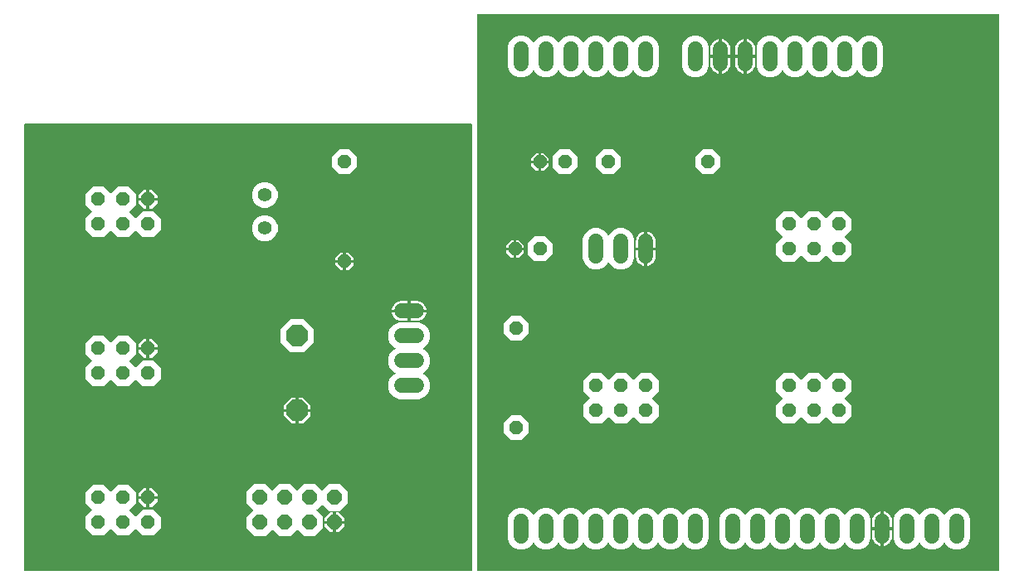
<source format=gbr>
G04 EAGLE Gerber RS-274X export*
G75*
%MOMM*%
%FSLAX34Y34*%
%LPD*%
%INTop Copper*%
%IPPOS*%
%AMOC8*
5,1,8,0,0,1.08239X$1,22.5*%
G01*
%ADD10C,1.400000*%
%ADD11P,1.429621X8X112.500000*%
%ADD12P,1.539592X8X22.500000*%
%ADD13C,1.524000*%
%ADD14P,1.649562X8X22.500000*%
%ADD15P,2.336880X8X112.500000*%
%ADD16C,1.508000*%
%ADD17P,1.429621X8X202.500000*%
%ADD18P,1.429621X8X292.500000*%

G36*
X995192Y1020D02*
X995192Y1020D01*
X995211Y1018D01*
X995313Y1040D01*
X995415Y1056D01*
X995432Y1066D01*
X995452Y1070D01*
X995541Y1123D01*
X995632Y1172D01*
X995646Y1186D01*
X995663Y1196D01*
X995730Y1275D01*
X995802Y1350D01*
X995810Y1368D01*
X995823Y1383D01*
X995862Y1479D01*
X995905Y1573D01*
X995907Y1593D01*
X995915Y1611D01*
X995933Y1778D01*
X995933Y569722D01*
X995930Y569742D01*
X995932Y569761D01*
X995910Y569863D01*
X995894Y569965D01*
X995884Y569982D01*
X995880Y570002D01*
X995827Y570091D01*
X995778Y570182D01*
X995764Y570196D01*
X995754Y570213D01*
X995675Y570280D01*
X995600Y570352D01*
X995582Y570360D01*
X995567Y570373D01*
X995471Y570412D01*
X995377Y570455D01*
X995357Y570457D01*
X995339Y570465D01*
X995172Y570483D01*
X463550Y570483D01*
X463530Y570480D01*
X463511Y570482D01*
X463409Y570460D01*
X463307Y570444D01*
X463290Y570434D01*
X463270Y570430D01*
X463181Y570377D01*
X463090Y570328D01*
X463076Y570314D01*
X463059Y570304D01*
X462992Y570225D01*
X462921Y570150D01*
X462912Y570132D01*
X462899Y570117D01*
X462860Y570021D01*
X462817Y569927D01*
X462815Y569907D01*
X462807Y569889D01*
X462789Y569722D01*
X462789Y1778D01*
X462792Y1758D01*
X462790Y1739D01*
X462812Y1637D01*
X462829Y1535D01*
X462838Y1518D01*
X462842Y1498D01*
X462895Y1409D01*
X462944Y1318D01*
X462958Y1304D01*
X462968Y1287D01*
X463047Y1220D01*
X463122Y1148D01*
X463140Y1140D01*
X463155Y1127D01*
X463251Y1088D01*
X463345Y1045D01*
X463365Y1043D01*
X463383Y1035D01*
X463550Y1017D01*
X995172Y1017D01*
X995192Y1020D01*
G37*
G36*
X457220Y1020D02*
X457220Y1020D01*
X457239Y1018D01*
X457341Y1040D01*
X457443Y1056D01*
X457460Y1066D01*
X457480Y1070D01*
X457569Y1123D01*
X457660Y1172D01*
X457674Y1186D01*
X457691Y1196D01*
X457758Y1275D01*
X457830Y1350D01*
X457838Y1368D01*
X457851Y1383D01*
X457890Y1479D01*
X457933Y1573D01*
X457935Y1593D01*
X457943Y1611D01*
X457961Y1778D01*
X457961Y457200D01*
X457958Y457220D01*
X457960Y457239D01*
X457938Y457341D01*
X457922Y457443D01*
X457912Y457460D01*
X457908Y457480D01*
X457855Y457569D01*
X457806Y457660D01*
X457792Y457674D01*
X457782Y457691D01*
X457703Y457758D01*
X457628Y457830D01*
X457610Y457838D01*
X457595Y457851D01*
X457499Y457890D01*
X457405Y457933D01*
X457385Y457935D01*
X457367Y457943D01*
X457200Y457961D01*
X1778Y457961D01*
X1758Y457958D01*
X1739Y457960D01*
X1637Y457938D01*
X1535Y457922D01*
X1518Y457912D01*
X1498Y457908D01*
X1409Y457855D01*
X1318Y457806D01*
X1304Y457792D01*
X1287Y457782D01*
X1220Y457703D01*
X1148Y457628D01*
X1140Y457610D01*
X1127Y457595D01*
X1088Y457499D01*
X1045Y457405D01*
X1043Y457385D01*
X1035Y457367D01*
X1017Y457200D01*
X1017Y1778D01*
X1020Y1758D01*
X1018Y1739D01*
X1040Y1637D01*
X1056Y1535D01*
X1066Y1518D01*
X1070Y1498D01*
X1123Y1409D01*
X1172Y1318D01*
X1186Y1304D01*
X1196Y1287D01*
X1275Y1220D01*
X1350Y1148D01*
X1368Y1140D01*
X1383Y1127D01*
X1479Y1088D01*
X1573Y1045D01*
X1593Y1043D01*
X1611Y1035D01*
X1778Y1017D01*
X457200Y1017D01*
X457220Y1020D01*
G37*
%LPC*%
G36*
X505272Y23113D02*
X505272Y23113D01*
X500230Y25202D01*
X496372Y29060D01*
X494283Y34102D01*
X494283Y54798D01*
X496372Y59840D01*
X500230Y63698D01*
X505272Y65787D01*
X510728Y65787D01*
X515770Y63698D01*
X519628Y59840D01*
X519997Y58951D01*
X520034Y58890D01*
X520064Y58825D01*
X520099Y58786D01*
X520126Y58742D01*
X520181Y58696D01*
X520230Y58643D01*
X520276Y58618D01*
X520316Y58585D01*
X520383Y58559D01*
X520446Y58525D01*
X520497Y58516D01*
X520545Y58497D01*
X520617Y58494D01*
X520688Y58481D01*
X520739Y58489D01*
X520791Y58487D01*
X520860Y58506D01*
X520931Y58517D01*
X520977Y58541D01*
X521027Y58555D01*
X521086Y58596D01*
X521150Y58628D01*
X521187Y58666D01*
X521229Y58695D01*
X521272Y58753D01*
X521322Y58804D01*
X521357Y58867D01*
X521376Y58893D01*
X521383Y58915D01*
X521403Y58951D01*
X521772Y59840D01*
X525630Y63698D01*
X530672Y65787D01*
X536128Y65787D01*
X541170Y63698D01*
X545028Y59840D01*
X545397Y58951D01*
X545434Y58890D01*
X545464Y58825D01*
X545499Y58786D01*
X545526Y58742D01*
X545581Y58696D01*
X545630Y58643D01*
X545676Y58618D01*
X545716Y58585D01*
X545783Y58559D01*
X545846Y58525D01*
X545897Y58516D01*
X545945Y58497D01*
X546017Y58494D01*
X546088Y58481D01*
X546139Y58489D01*
X546191Y58487D01*
X546260Y58506D01*
X546331Y58517D01*
X546377Y58541D01*
X546427Y58555D01*
X546486Y58596D01*
X546550Y58628D01*
X546587Y58666D01*
X546629Y58695D01*
X546672Y58753D01*
X546722Y58804D01*
X546757Y58867D01*
X546776Y58893D01*
X546783Y58915D01*
X546803Y58951D01*
X547172Y59840D01*
X551030Y63698D01*
X556072Y65787D01*
X561528Y65787D01*
X566570Y63698D01*
X570428Y59840D01*
X570797Y58951D01*
X570834Y58890D01*
X570864Y58825D01*
X570899Y58786D01*
X570926Y58742D01*
X570981Y58696D01*
X571030Y58643D01*
X571076Y58618D01*
X571116Y58585D01*
X571183Y58559D01*
X571246Y58525D01*
X571297Y58516D01*
X571345Y58497D01*
X571417Y58494D01*
X571488Y58481D01*
X571539Y58489D01*
X571591Y58487D01*
X571660Y58506D01*
X571731Y58517D01*
X571777Y58541D01*
X571827Y58555D01*
X571886Y58596D01*
X571950Y58628D01*
X571987Y58666D01*
X572029Y58695D01*
X572072Y58753D01*
X572122Y58804D01*
X572157Y58867D01*
X572176Y58893D01*
X572183Y58915D01*
X572203Y58951D01*
X572572Y59840D01*
X576430Y63698D01*
X581472Y65787D01*
X586928Y65787D01*
X591970Y63698D01*
X595828Y59840D01*
X596197Y58951D01*
X596234Y58890D01*
X596264Y58825D01*
X596299Y58786D01*
X596326Y58742D01*
X596381Y58696D01*
X596430Y58643D01*
X596476Y58618D01*
X596516Y58585D01*
X596583Y58559D01*
X596646Y58525D01*
X596697Y58516D01*
X596745Y58497D01*
X596817Y58494D01*
X596888Y58481D01*
X596939Y58489D01*
X596991Y58487D01*
X597060Y58506D01*
X597131Y58517D01*
X597177Y58541D01*
X597227Y58555D01*
X597286Y58596D01*
X597350Y58628D01*
X597387Y58666D01*
X597429Y58695D01*
X597472Y58753D01*
X597522Y58804D01*
X597557Y58867D01*
X597576Y58893D01*
X597583Y58915D01*
X597603Y58951D01*
X597972Y59840D01*
X601830Y63698D01*
X606872Y65787D01*
X612328Y65787D01*
X617370Y63698D01*
X621228Y59840D01*
X621597Y58951D01*
X621634Y58890D01*
X621664Y58825D01*
X621699Y58786D01*
X621726Y58742D01*
X621781Y58696D01*
X621830Y58643D01*
X621876Y58618D01*
X621916Y58585D01*
X621983Y58559D01*
X622046Y58525D01*
X622097Y58516D01*
X622145Y58497D01*
X622217Y58494D01*
X622288Y58481D01*
X622339Y58489D01*
X622391Y58487D01*
X622460Y58506D01*
X622531Y58517D01*
X622577Y58541D01*
X622627Y58555D01*
X622686Y58596D01*
X622750Y58628D01*
X622787Y58666D01*
X622829Y58695D01*
X622872Y58753D01*
X622922Y58804D01*
X622957Y58867D01*
X622976Y58893D01*
X622983Y58915D01*
X623003Y58951D01*
X623372Y59840D01*
X627230Y63698D01*
X632272Y65787D01*
X637728Y65787D01*
X642770Y63698D01*
X646628Y59840D01*
X646997Y58951D01*
X647034Y58890D01*
X647064Y58825D01*
X647099Y58786D01*
X647126Y58742D01*
X647181Y58696D01*
X647230Y58643D01*
X647276Y58618D01*
X647316Y58585D01*
X647383Y58559D01*
X647446Y58525D01*
X647497Y58516D01*
X647545Y58497D01*
X647617Y58494D01*
X647688Y58481D01*
X647739Y58489D01*
X647791Y58487D01*
X647860Y58506D01*
X647931Y58517D01*
X647977Y58541D01*
X648027Y58555D01*
X648086Y58596D01*
X648150Y58628D01*
X648187Y58666D01*
X648229Y58695D01*
X648272Y58753D01*
X648322Y58804D01*
X648357Y58867D01*
X648376Y58893D01*
X648383Y58915D01*
X648403Y58951D01*
X648772Y59840D01*
X652630Y63698D01*
X657672Y65787D01*
X663128Y65787D01*
X668170Y63698D01*
X672028Y59840D01*
X672397Y58951D01*
X672434Y58890D01*
X672464Y58825D01*
X672499Y58786D01*
X672526Y58742D01*
X672581Y58696D01*
X672630Y58643D01*
X672676Y58618D01*
X672716Y58585D01*
X672783Y58559D01*
X672846Y58525D01*
X672897Y58516D01*
X672945Y58497D01*
X673017Y58494D01*
X673088Y58481D01*
X673139Y58489D01*
X673191Y58487D01*
X673260Y58506D01*
X673331Y58517D01*
X673377Y58541D01*
X673427Y58555D01*
X673486Y58596D01*
X673550Y58628D01*
X673587Y58666D01*
X673629Y58695D01*
X673672Y58753D01*
X673722Y58804D01*
X673757Y58867D01*
X673776Y58893D01*
X673783Y58915D01*
X673803Y58951D01*
X674172Y59840D01*
X678030Y63698D01*
X683072Y65787D01*
X688528Y65787D01*
X693570Y63698D01*
X697428Y59840D01*
X699517Y54798D01*
X699517Y34102D01*
X697428Y29060D01*
X693570Y25202D01*
X688528Y23113D01*
X683072Y23113D01*
X678030Y25202D01*
X674172Y29060D01*
X673803Y29949D01*
X673766Y30010D01*
X673736Y30075D01*
X673701Y30114D01*
X673674Y30158D01*
X673618Y30204D01*
X673570Y30257D01*
X673524Y30282D01*
X673484Y30315D01*
X673417Y30341D01*
X673354Y30375D01*
X673303Y30384D01*
X673255Y30403D01*
X673183Y30406D01*
X673112Y30419D01*
X673061Y30411D01*
X673009Y30413D01*
X672940Y30394D01*
X672869Y30383D01*
X672823Y30359D01*
X672773Y30345D01*
X672714Y30304D01*
X672650Y30272D01*
X672613Y30234D01*
X672571Y30205D01*
X672528Y30147D01*
X672478Y30096D01*
X672443Y30033D01*
X672424Y30007D01*
X672416Y29985D01*
X672397Y29949D01*
X672028Y29060D01*
X668170Y25202D01*
X663128Y23113D01*
X657672Y23113D01*
X652630Y25202D01*
X648772Y29060D01*
X648403Y29949D01*
X648366Y30010D01*
X648336Y30075D01*
X648301Y30114D01*
X648274Y30158D01*
X648218Y30204D01*
X648170Y30257D01*
X648124Y30282D01*
X648084Y30315D01*
X648017Y30341D01*
X647954Y30375D01*
X647903Y30384D01*
X647855Y30403D01*
X647783Y30406D01*
X647712Y30419D01*
X647661Y30411D01*
X647609Y30413D01*
X647540Y30394D01*
X647469Y30383D01*
X647423Y30359D01*
X647373Y30345D01*
X647314Y30304D01*
X647250Y30272D01*
X647213Y30234D01*
X647171Y30205D01*
X647128Y30147D01*
X647078Y30096D01*
X647043Y30033D01*
X647024Y30007D01*
X647016Y29985D01*
X646997Y29949D01*
X646628Y29060D01*
X642770Y25202D01*
X637728Y23113D01*
X632272Y23113D01*
X627230Y25202D01*
X623372Y29060D01*
X623003Y29949D01*
X622966Y30010D01*
X622936Y30075D01*
X622901Y30114D01*
X622874Y30158D01*
X622818Y30204D01*
X622770Y30257D01*
X622724Y30282D01*
X622684Y30315D01*
X622617Y30341D01*
X622554Y30375D01*
X622503Y30384D01*
X622455Y30403D01*
X622383Y30406D01*
X622312Y30419D01*
X622261Y30411D01*
X622209Y30413D01*
X622140Y30394D01*
X622069Y30383D01*
X622023Y30359D01*
X621973Y30345D01*
X621914Y30304D01*
X621850Y30272D01*
X621813Y30234D01*
X621771Y30205D01*
X621728Y30147D01*
X621678Y30096D01*
X621643Y30033D01*
X621624Y30007D01*
X621616Y29985D01*
X621597Y29949D01*
X621228Y29060D01*
X617370Y25202D01*
X612328Y23113D01*
X606872Y23113D01*
X601830Y25202D01*
X597972Y29060D01*
X597603Y29949D01*
X597566Y30010D01*
X597536Y30075D01*
X597501Y30114D01*
X597474Y30158D01*
X597418Y30204D01*
X597370Y30257D01*
X597324Y30282D01*
X597284Y30315D01*
X597217Y30341D01*
X597154Y30375D01*
X597103Y30384D01*
X597055Y30403D01*
X596983Y30406D01*
X596912Y30419D01*
X596861Y30411D01*
X596809Y30413D01*
X596740Y30394D01*
X596669Y30383D01*
X596623Y30359D01*
X596573Y30345D01*
X596514Y30304D01*
X596450Y30272D01*
X596413Y30234D01*
X596371Y30205D01*
X596328Y30147D01*
X596278Y30096D01*
X596243Y30033D01*
X596224Y30007D01*
X596216Y29985D01*
X596197Y29949D01*
X595828Y29060D01*
X591970Y25202D01*
X586928Y23113D01*
X581472Y23113D01*
X576430Y25202D01*
X572572Y29060D01*
X572203Y29949D01*
X572166Y30010D01*
X572136Y30075D01*
X572101Y30114D01*
X572074Y30158D01*
X572018Y30204D01*
X571970Y30257D01*
X571924Y30282D01*
X571884Y30315D01*
X571817Y30341D01*
X571754Y30375D01*
X571703Y30384D01*
X571655Y30403D01*
X571583Y30406D01*
X571512Y30419D01*
X571461Y30411D01*
X571409Y30413D01*
X571340Y30394D01*
X571269Y30383D01*
X571223Y30359D01*
X571173Y30345D01*
X571114Y30304D01*
X571050Y30272D01*
X571013Y30234D01*
X570971Y30205D01*
X570928Y30147D01*
X570878Y30096D01*
X570843Y30033D01*
X570824Y30007D01*
X570816Y29985D01*
X570797Y29949D01*
X570428Y29060D01*
X566570Y25202D01*
X561528Y23113D01*
X556072Y23113D01*
X551030Y25202D01*
X547172Y29060D01*
X546803Y29949D01*
X546766Y30010D01*
X546736Y30075D01*
X546701Y30114D01*
X546674Y30158D01*
X546618Y30204D01*
X546570Y30257D01*
X546524Y30282D01*
X546484Y30315D01*
X546417Y30341D01*
X546354Y30375D01*
X546303Y30384D01*
X546255Y30403D01*
X546183Y30406D01*
X546112Y30419D01*
X546061Y30411D01*
X546009Y30413D01*
X545940Y30394D01*
X545869Y30383D01*
X545823Y30359D01*
X545773Y30345D01*
X545714Y30304D01*
X545650Y30272D01*
X545613Y30234D01*
X545571Y30205D01*
X545528Y30147D01*
X545478Y30096D01*
X545443Y30033D01*
X545424Y30007D01*
X545416Y29985D01*
X545397Y29949D01*
X545028Y29060D01*
X541170Y25202D01*
X536128Y23113D01*
X530672Y23113D01*
X525630Y25202D01*
X521772Y29060D01*
X521403Y29949D01*
X521366Y30010D01*
X521336Y30075D01*
X521301Y30114D01*
X521274Y30158D01*
X521218Y30204D01*
X521170Y30257D01*
X521124Y30282D01*
X521084Y30315D01*
X521017Y30341D01*
X520954Y30375D01*
X520903Y30384D01*
X520855Y30403D01*
X520783Y30406D01*
X520712Y30419D01*
X520661Y30411D01*
X520609Y30413D01*
X520540Y30394D01*
X520469Y30383D01*
X520423Y30359D01*
X520373Y30345D01*
X520314Y30304D01*
X520250Y30272D01*
X520213Y30234D01*
X520171Y30205D01*
X520128Y30147D01*
X520078Y30096D01*
X520043Y30033D01*
X520024Y30007D01*
X520016Y29985D01*
X519997Y29949D01*
X519628Y29060D01*
X515770Y25202D01*
X510728Y23113D01*
X505272Y23113D01*
G37*
%LPD*%
%LPC*%
G36*
X505272Y505713D02*
X505272Y505713D01*
X500230Y507802D01*
X496372Y511660D01*
X494283Y516702D01*
X494283Y537398D01*
X496372Y542440D01*
X500230Y546298D01*
X505272Y548387D01*
X510728Y548387D01*
X515770Y546298D01*
X519628Y542440D01*
X519997Y541551D01*
X520034Y541490D01*
X520064Y541425D01*
X520099Y541386D01*
X520126Y541342D01*
X520182Y541296D01*
X520230Y541243D01*
X520276Y541218D01*
X520316Y541185D01*
X520383Y541159D01*
X520446Y541125D01*
X520497Y541116D01*
X520545Y541097D01*
X520617Y541094D01*
X520688Y541081D01*
X520739Y541089D01*
X520791Y541087D01*
X520860Y541106D01*
X520931Y541117D01*
X520977Y541141D01*
X521027Y541155D01*
X521086Y541196D01*
X521150Y541228D01*
X521187Y541266D01*
X521229Y541295D01*
X521272Y541353D01*
X521322Y541404D01*
X521357Y541467D01*
X521376Y541493D01*
X521384Y541515D01*
X521403Y541551D01*
X521772Y542440D01*
X525630Y546298D01*
X530672Y548387D01*
X536128Y548387D01*
X541170Y546298D01*
X545028Y542440D01*
X545397Y541551D01*
X545434Y541490D01*
X545464Y541425D01*
X545499Y541386D01*
X545526Y541342D01*
X545582Y541296D01*
X545630Y541243D01*
X545676Y541218D01*
X545716Y541185D01*
X545783Y541159D01*
X545846Y541125D01*
X545897Y541116D01*
X545945Y541097D01*
X546017Y541094D01*
X546088Y541081D01*
X546139Y541089D01*
X546191Y541087D01*
X546260Y541106D01*
X546331Y541117D01*
X546377Y541141D01*
X546427Y541155D01*
X546486Y541196D01*
X546550Y541228D01*
X546587Y541266D01*
X546629Y541295D01*
X546672Y541353D01*
X546722Y541404D01*
X546757Y541467D01*
X546776Y541493D01*
X546784Y541515D01*
X546803Y541551D01*
X547172Y542440D01*
X551030Y546298D01*
X556072Y548387D01*
X561528Y548387D01*
X566570Y546298D01*
X570428Y542440D01*
X570797Y541551D01*
X570834Y541490D01*
X570864Y541425D01*
X570899Y541386D01*
X570926Y541342D01*
X570982Y541296D01*
X571030Y541243D01*
X571076Y541218D01*
X571116Y541185D01*
X571183Y541159D01*
X571246Y541125D01*
X571297Y541116D01*
X571345Y541097D01*
X571417Y541094D01*
X571488Y541081D01*
X571539Y541089D01*
X571591Y541087D01*
X571660Y541106D01*
X571731Y541117D01*
X571777Y541141D01*
X571827Y541155D01*
X571886Y541196D01*
X571950Y541228D01*
X571987Y541266D01*
X572029Y541295D01*
X572072Y541353D01*
X572122Y541404D01*
X572157Y541467D01*
X572176Y541493D01*
X572184Y541515D01*
X572203Y541551D01*
X572572Y542440D01*
X576430Y546298D01*
X581472Y548387D01*
X586928Y548387D01*
X591970Y546298D01*
X595828Y542440D01*
X596197Y541551D01*
X596234Y541490D01*
X596264Y541425D01*
X596299Y541386D01*
X596326Y541342D01*
X596382Y541296D01*
X596430Y541243D01*
X596476Y541218D01*
X596516Y541185D01*
X596583Y541159D01*
X596646Y541125D01*
X596697Y541116D01*
X596745Y541097D01*
X596817Y541094D01*
X596888Y541081D01*
X596939Y541089D01*
X596991Y541087D01*
X597060Y541106D01*
X597131Y541117D01*
X597177Y541141D01*
X597227Y541155D01*
X597286Y541196D01*
X597350Y541228D01*
X597387Y541266D01*
X597429Y541295D01*
X597472Y541353D01*
X597522Y541404D01*
X597557Y541467D01*
X597576Y541493D01*
X597584Y541515D01*
X597603Y541551D01*
X597972Y542440D01*
X601830Y546298D01*
X606872Y548387D01*
X612328Y548387D01*
X617370Y546298D01*
X621228Y542440D01*
X621597Y541551D01*
X621634Y541490D01*
X621664Y541425D01*
X621699Y541386D01*
X621726Y541342D01*
X621782Y541296D01*
X621830Y541243D01*
X621876Y541218D01*
X621916Y541185D01*
X621983Y541159D01*
X622046Y541125D01*
X622097Y541116D01*
X622145Y541097D01*
X622217Y541094D01*
X622288Y541081D01*
X622339Y541089D01*
X622391Y541087D01*
X622460Y541106D01*
X622531Y541117D01*
X622577Y541141D01*
X622627Y541155D01*
X622686Y541196D01*
X622750Y541228D01*
X622787Y541266D01*
X622829Y541295D01*
X622872Y541353D01*
X622922Y541404D01*
X622957Y541467D01*
X622976Y541493D01*
X622984Y541515D01*
X623003Y541551D01*
X623372Y542440D01*
X627230Y546298D01*
X632272Y548387D01*
X637728Y548387D01*
X642770Y546298D01*
X646628Y542440D01*
X648717Y537398D01*
X648717Y516702D01*
X646628Y511660D01*
X642770Y507802D01*
X637728Y505713D01*
X632272Y505713D01*
X627230Y507802D01*
X623372Y511660D01*
X623003Y512549D01*
X622966Y512610D01*
X622936Y512675D01*
X622901Y512714D01*
X622874Y512758D01*
X622819Y512804D01*
X622770Y512857D01*
X622724Y512882D01*
X622684Y512915D01*
X622617Y512941D01*
X622554Y512975D01*
X622503Y512984D01*
X622455Y513003D01*
X622383Y513006D01*
X622312Y513019D01*
X622261Y513011D01*
X622209Y513013D01*
X622140Y512994D01*
X622069Y512983D01*
X622023Y512959D01*
X621973Y512945D01*
X621914Y512904D01*
X621850Y512872D01*
X621813Y512834D01*
X621771Y512805D01*
X621728Y512747D01*
X621678Y512696D01*
X621643Y512633D01*
X621624Y512607D01*
X621617Y512585D01*
X621597Y512549D01*
X621228Y511660D01*
X617370Y507802D01*
X612328Y505713D01*
X606872Y505713D01*
X601830Y507802D01*
X597972Y511660D01*
X597603Y512549D01*
X597566Y512610D01*
X597536Y512675D01*
X597501Y512714D01*
X597474Y512758D01*
X597419Y512804D01*
X597370Y512857D01*
X597324Y512882D01*
X597284Y512915D01*
X597217Y512941D01*
X597154Y512975D01*
X597103Y512984D01*
X597055Y513003D01*
X596983Y513006D01*
X596912Y513019D01*
X596861Y513011D01*
X596809Y513013D01*
X596740Y512994D01*
X596669Y512983D01*
X596623Y512959D01*
X596573Y512945D01*
X596514Y512904D01*
X596450Y512872D01*
X596413Y512834D01*
X596371Y512805D01*
X596328Y512747D01*
X596278Y512696D01*
X596243Y512633D01*
X596224Y512607D01*
X596217Y512585D01*
X596197Y512549D01*
X595828Y511660D01*
X591970Y507802D01*
X586928Y505713D01*
X581472Y505713D01*
X576430Y507802D01*
X572572Y511660D01*
X572203Y512549D01*
X572166Y512610D01*
X572136Y512675D01*
X572101Y512714D01*
X572074Y512758D01*
X572019Y512804D01*
X571970Y512857D01*
X571924Y512882D01*
X571884Y512915D01*
X571817Y512941D01*
X571754Y512975D01*
X571703Y512984D01*
X571655Y513003D01*
X571583Y513006D01*
X571512Y513019D01*
X571461Y513011D01*
X571409Y513013D01*
X571340Y512994D01*
X571269Y512983D01*
X571223Y512959D01*
X571173Y512945D01*
X571114Y512904D01*
X571050Y512872D01*
X571013Y512834D01*
X570971Y512805D01*
X570928Y512747D01*
X570878Y512696D01*
X570843Y512633D01*
X570824Y512607D01*
X570817Y512585D01*
X570797Y512549D01*
X570428Y511660D01*
X566570Y507802D01*
X561528Y505713D01*
X556072Y505713D01*
X551030Y507802D01*
X547172Y511660D01*
X546803Y512549D01*
X546766Y512610D01*
X546736Y512675D01*
X546701Y512714D01*
X546674Y512758D01*
X546619Y512804D01*
X546570Y512857D01*
X546524Y512882D01*
X546484Y512915D01*
X546417Y512941D01*
X546354Y512975D01*
X546303Y512984D01*
X546255Y513003D01*
X546183Y513006D01*
X546112Y513019D01*
X546061Y513011D01*
X546009Y513013D01*
X545940Y512994D01*
X545869Y512983D01*
X545823Y512959D01*
X545773Y512945D01*
X545714Y512904D01*
X545650Y512872D01*
X545613Y512834D01*
X545571Y512805D01*
X545528Y512747D01*
X545478Y512696D01*
X545443Y512633D01*
X545424Y512607D01*
X545417Y512585D01*
X545397Y512549D01*
X545028Y511660D01*
X541170Y507802D01*
X536128Y505713D01*
X530672Y505713D01*
X525630Y507802D01*
X521772Y511660D01*
X521403Y512549D01*
X521366Y512610D01*
X521336Y512675D01*
X521301Y512714D01*
X521274Y512758D01*
X521219Y512804D01*
X521170Y512857D01*
X521124Y512882D01*
X521084Y512915D01*
X521017Y512941D01*
X520954Y512975D01*
X520903Y512984D01*
X520855Y513003D01*
X520783Y513006D01*
X520712Y513019D01*
X520661Y513011D01*
X520609Y513013D01*
X520540Y512994D01*
X520469Y512983D01*
X520423Y512959D01*
X520373Y512945D01*
X520314Y512904D01*
X520250Y512872D01*
X520213Y512834D01*
X520171Y512805D01*
X520128Y512747D01*
X520078Y512696D01*
X520043Y512633D01*
X520024Y512607D01*
X520017Y512585D01*
X519997Y512549D01*
X519628Y511660D01*
X515770Y507802D01*
X510728Y505713D01*
X505272Y505713D01*
G37*
%LPD*%
%LPC*%
G36*
X721172Y23113D02*
X721172Y23113D01*
X716130Y25202D01*
X712272Y29060D01*
X710183Y34102D01*
X710183Y54798D01*
X712272Y59840D01*
X716130Y63698D01*
X721172Y65787D01*
X726628Y65787D01*
X731670Y63698D01*
X735528Y59840D01*
X735897Y58951D01*
X735934Y58890D01*
X735964Y58825D01*
X735999Y58786D01*
X736026Y58742D01*
X736081Y58696D01*
X736130Y58643D01*
X736176Y58618D01*
X736216Y58585D01*
X736283Y58559D01*
X736346Y58525D01*
X736397Y58516D01*
X736445Y58497D01*
X736517Y58494D01*
X736588Y58481D01*
X736639Y58489D01*
X736691Y58487D01*
X736760Y58506D01*
X736831Y58517D01*
X736877Y58541D01*
X736927Y58555D01*
X736986Y58596D01*
X737050Y58628D01*
X737087Y58666D01*
X737129Y58695D01*
X737172Y58753D01*
X737222Y58804D01*
X737257Y58867D01*
X737276Y58893D01*
X737283Y58915D01*
X737303Y58951D01*
X737672Y59840D01*
X741530Y63698D01*
X746572Y65787D01*
X752028Y65787D01*
X757070Y63698D01*
X760928Y59840D01*
X761297Y58951D01*
X761334Y58890D01*
X761364Y58825D01*
X761399Y58786D01*
X761426Y58742D01*
X761481Y58696D01*
X761530Y58643D01*
X761576Y58618D01*
X761616Y58585D01*
X761683Y58559D01*
X761746Y58525D01*
X761797Y58516D01*
X761845Y58497D01*
X761917Y58494D01*
X761988Y58481D01*
X762039Y58489D01*
X762091Y58487D01*
X762160Y58506D01*
X762231Y58517D01*
X762277Y58541D01*
X762327Y58555D01*
X762386Y58596D01*
X762450Y58628D01*
X762487Y58666D01*
X762529Y58695D01*
X762572Y58753D01*
X762622Y58804D01*
X762657Y58867D01*
X762676Y58893D01*
X762683Y58915D01*
X762703Y58951D01*
X763072Y59840D01*
X766930Y63698D01*
X771972Y65787D01*
X777428Y65787D01*
X782470Y63698D01*
X786328Y59840D01*
X786697Y58951D01*
X786734Y58890D01*
X786764Y58825D01*
X786799Y58786D01*
X786826Y58742D01*
X786881Y58696D01*
X786930Y58643D01*
X786976Y58618D01*
X787016Y58585D01*
X787083Y58559D01*
X787146Y58525D01*
X787197Y58516D01*
X787245Y58497D01*
X787317Y58494D01*
X787388Y58481D01*
X787439Y58489D01*
X787491Y58487D01*
X787560Y58506D01*
X787631Y58517D01*
X787677Y58541D01*
X787727Y58555D01*
X787786Y58596D01*
X787850Y58628D01*
X787887Y58666D01*
X787929Y58695D01*
X787972Y58753D01*
X788022Y58804D01*
X788057Y58867D01*
X788076Y58893D01*
X788083Y58915D01*
X788103Y58951D01*
X788472Y59840D01*
X792330Y63698D01*
X797372Y65787D01*
X802828Y65787D01*
X807870Y63698D01*
X811728Y59840D01*
X812097Y58951D01*
X812134Y58890D01*
X812164Y58825D01*
X812199Y58786D01*
X812226Y58742D01*
X812281Y58696D01*
X812330Y58643D01*
X812376Y58618D01*
X812416Y58585D01*
X812483Y58559D01*
X812546Y58525D01*
X812597Y58516D01*
X812645Y58497D01*
X812717Y58494D01*
X812788Y58481D01*
X812839Y58489D01*
X812891Y58487D01*
X812960Y58506D01*
X813031Y58517D01*
X813077Y58541D01*
X813127Y58555D01*
X813186Y58596D01*
X813250Y58628D01*
X813287Y58666D01*
X813329Y58695D01*
X813372Y58753D01*
X813422Y58804D01*
X813457Y58867D01*
X813476Y58893D01*
X813483Y58915D01*
X813503Y58951D01*
X813872Y59840D01*
X817730Y63698D01*
X822772Y65787D01*
X828228Y65787D01*
X833270Y63698D01*
X837128Y59840D01*
X837497Y58951D01*
X837534Y58890D01*
X837564Y58825D01*
X837599Y58786D01*
X837626Y58742D01*
X837681Y58696D01*
X837730Y58643D01*
X837776Y58618D01*
X837816Y58585D01*
X837883Y58559D01*
X837946Y58525D01*
X837997Y58516D01*
X838045Y58497D01*
X838117Y58494D01*
X838188Y58481D01*
X838239Y58489D01*
X838291Y58487D01*
X838360Y58506D01*
X838431Y58517D01*
X838477Y58541D01*
X838527Y58555D01*
X838586Y58596D01*
X838650Y58628D01*
X838687Y58666D01*
X838729Y58695D01*
X838772Y58753D01*
X838822Y58804D01*
X838857Y58867D01*
X838876Y58893D01*
X838883Y58915D01*
X838903Y58951D01*
X839272Y59840D01*
X843130Y63698D01*
X848172Y65787D01*
X853628Y65787D01*
X858670Y63698D01*
X862528Y59840D01*
X864617Y54798D01*
X864617Y34102D01*
X862528Y29060D01*
X858670Y25202D01*
X853628Y23113D01*
X848172Y23113D01*
X843130Y25202D01*
X839272Y29060D01*
X838903Y29949D01*
X838866Y30010D01*
X838836Y30075D01*
X838801Y30114D01*
X838774Y30158D01*
X838718Y30204D01*
X838670Y30257D01*
X838624Y30282D01*
X838584Y30315D01*
X838517Y30341D01*
X838454Y30375D01*
X838403Y30384D01*
X838355Y30403D01*
X838283Y30406D01*
X838212Y30419D01*
X838161Y30411D01*
X838109Y30413D01*
X838040Y30394D01*
X837969Y30383D01*
X837923Y30359D01*
X837873Y30345D01*
X837814Y30304D01*
X837750Y30272D01*
X837713Y30234D01*
X837671Y30205D01*
X837628Y30147D01*
X837578Y30096D01*
X837543Y30033D01*
X837524Y30007D01*
X837516Y29985D01*
X837497Y29949D01*
X837128Y29060D01*
X833270Y25202D01*
X828228Y23113D01*
X822772Y23113D01*
X817730Y25202D01*
X813872Y29060D01*
X813503Y29949D01*
X813466Y30010D01*
X813436Y30075D01*
X813401Y30114D01*
X813374Y30158D01*
X813318Y30204D01*
X813270Y30257D01*
X813224Y30282D01*
X813184Y30315D01*
X813117Y30341D01*
X813054Y30375D01*
X813003Y30384D01*
X812955Y30403D01*
X812883Y30406D01*
X812812Y30419D01*
X812761Y30411D01*
X812709Y30413D01*
X812640Y30394D01*
X812569Y30383D01*
X812523Y30359D01*
X812473Y30345D01*
X812414Y30304D01*
X812350Y30272D01*
X812313Y30234D01*
X812271Y30205D01*
X812228Y30147D01*
X812178Y30096D01*
X812143Y30033D01*
X812124Y30007D01*
X812116Y29985D01*
X812097Y29949D01*
X811728Y29060D01*
X807870Y25202D01*
X802828Y23113D01*
X797372Y23113D01*
X792330Y25202D01*
X788472Y29060D01*
X788103Y29949D01*
X788066Y30010D01*
X788036Y30075D01*
X788001Y30114D01*
X787974Y30158D01*
X787918Y30204D01*
X787870Y30257D01*
X787824Y30282D01*
X787784Y30315D01*
X787717Y30341D01*
X787654Y30375D01*
X787603Y30384D01*
X787555Y30403D01*
X787483Y30406D01*
X787412Y30419D01*
X787361Y30411D01*
X787309Y30413D01*
X787240Y30394D01*
X787169Y30383D01*
X787123Y30359D01*
X787073Y30345D01*
X787014Y30304D01*
X786950Y30272D01*
X786913Y30234D01*
X786871Y30205D01*
X786828Y30147D01*
X786778Y30096D01*
X786743Y30033D01*
X786724Y30007D01*
X786716Y29985D01*
X786697Y29949D01*
X786328Y29060D01*
X782470Y25202D01*
X777428Y23113D01*
X771972Y23113D01*
X766930Y25202D01*
X763072Y29060D01*
X762703Y29949D01*
X762666Y30010D01*
X762636Y30075D01*
X762601Y30114D01*
X762574Y30158D01*
X762518Y30204D01*
X762470Y30257D01*
X762424Y30282D01*
X762384Y30315D01*
X762317Y30341D01*
X762254Y30375D01*
X762203Y30384D01*
X762155Y30403D01*
X762083Y30406D01*
X762012Y30419D01*
X761961Y30411D01*
X761909Y30413D01*
X761840Y30394D01*
X761769Y30383D01*
X761723Y30359D01*
X761673Y30345D01*
X761614Y30304D01*
X761550Y30272D01*
X761513Y30234D01*
X761471Y30205D01*
X761428Y30147D01*
X761378Y30096D01*
X761343Y30033D01*
X761324Y30007D01*
X761316Y29985D01*
X761297Y29949D01*
X760928Y29060D01*
X757070Y25202D01*
X752028Y23113D01*
X746572Y23113D01*
X741530Y25202D01*
X737672Y29060D01*
X737303Y29949D01*
X737266Y30010D01*
X737236Y30075D01*
X737201Y30114D01*
X737174Y30158D01*
X737118Y30204D01*
X737070Y30257D01*
X737024Y30282D01*
X736984Y30315D01*
X736917Y30341D01*
X736854Y30375D01*
X736803Y30384D01*
X736755Y30403D01*
X736683Y30406D01*
X736612Y30419D01*
X736561Y30411D01*
X736509Y30413D01*
X736440Y30394D01*
X736369Y30383D01*
X736323Y30359D01*
X736273Y30345D01*
X736214Y30304D01*
X736150Y30272D01*
X736113Y30234D01*
X736071Y30205D01*
X736028Y30147D01*
X735978Y30096D01*
X735943Y30033D01*
X735924Y30007D01*
X735916Y29985D01*
X735897Y29949D01*
X735528Y29060D01*
X731670Y25202D01*
X726628Y23113D01*
X721172Y23113D01*
G37*
%LPD*%
%LPC*%
G36*
X759272Y505713D02*
X759272Y505713D01*
X754230Y507802D01*
X750372Y511660D01*
X748283Y516702D01*
X748283Y537398D01*
X750372Y542440D01*
X754230Y546298D01*
X759272Y548387D01*
X764728Y548387D01*
X769770Y546298D01*
X773628Y542440D01*
X773997Y541551D01*
X774034Y541490D01*
X774064Y541425D01*
X774099Y541386D01*
X774126Y541342D01*
X774182Y541296D01*
X774230Y541243D01*
X774276Y541218D01*
X774316Y541185D01*
X774383Y541159D01*
X774446Y541125D01*
X774497Y541116D01*
X774545Y541097D01*
X774617Y541094D01*
X774688Y541081D01*
X774739Y541089D01*
X774791Y541087D01*
X774860Y541106D01*
X774931Y541117D01*
X774977Y541141D01*
X775027Y541155D01*
X775086Y541196D01*
X775150Y541228D01*
X775187Y541266D01*
X775229Y541295D01*
X775272Y541353D01*
X775322Y541404D01*
X775357Y541467D01*
X775376Y541493D01*
X775384Y541515D01*
X775403Y541551D01*
X775772Y542440D01*
X779630Y546298D01*
X784672Y548387D01*
X790128Y548387D01*
X795170Y546298D01*
X799028Y542440D01*
X799397Y541551D01*
X799434Y541490D01*
X799464Y541425D01*
X799499Y541386D01*
X799526Y541342D01*
X799582Y541296D01*
X799630Y541243D01*
X799676Y541218D01*
X799716Y541185D01*
X799783Y541159D01*
X799846Y541125D01*
X799897Y541116D01*
X799945Y541097D01*
X800017Y541094D01*
X800088Y541081D01*
X800139Y541089D01*
X800191Y541087D01*
X800260Y541106D01*
X800331Y541117D01*
X800377Y541141D01*
X800427Y541155D01*
X800486Y541196D01*
X800550Y541228D01*
X800587Y541266D01*
X800629Y541295D01*
X800672Y541353D01*
X800722Y541404D01*
X800757Y541467D01*
X800776Y541493D01*
X800784Y541515D01*
X800803Y541551D01*
X801172Y542440D01*
X805030Y546298D01*
X810072Y548387D01*
X815528Y548387D01*
X820570Y546298D01*
X824428Y542440D01*
X824797Y541551D01*
X824834Y541490D01*
X824864Y541425D01*
X824899Y541386D01*
X824926Y541342D01*
X824982Y541296D01*
X825030Y541243D01*
X825076Y541218D01*
X825116Y541185D01*
X825183Y541159D01*
X825246Y541125D01*
X825297Y541116D01*
X825345Y541097D01*
X825417Y541094D01*
X825488Y541081D01*
X825539Y541089D01*
X825591Y541087D01*
X825660Y541106D01*
X825731Y541117D01*
X825777Y541141D01*
X825827Y541155D01*
X825886Y541196D01*
X825950Y541228D01*
X825987Y541266D01*
X826029Y541295D01*
X826072Y541353D01*
X826122Y541404D01*
X826157Y541467D01*
X826176Y541493D01*
X826184Y541515D01*
X826203Y541551D01*
X826572Y542440D01*
X830430Y546298D01*
X835472Y548387D01*
X840928Y548387D01*
X845970Y546298D01*
X849828Y542440D01*
X850197Y541551D01*
X850234Y541490D01*
X850264Y541425D01*
X850299Y541386D01*
X850326Y541342D01*
X850381Y541296D01*
X850430Y541243D01*
X850476Y541218D01*
X850516Y541185D01*
X850583Y541159D01*
X850646Y541125D01*
X850697Y541116D01*
X850745Y541097D01*
X850817Y541094D01*
X850888Y541081D01*
X850939Y541089D01*
X850991Y541087D01*
X851060Y541106D01*
X851131Y541117D01*
X851177Y541141D01*
X851227Y541155D01*
X851286Y541196D01*
X851350Y541228D01*
X851387Y541266D01*
X851429Y541295D01*
X851472Y541353D01*
X851522Y541404D01*
X851557Y541467D01*
X851576Y541493D01*
X851583Y541515D01*
X851603Y541551D01*
X851972Y542440D01*
X855830Y546298D01*
X860872Y548387D01*
X866328Y548387D01*
X871370Y546298D01*
X875228Y542440D01*
X877317Y537398D01*
X877317Y516702D01*
X875228Y511660D01*
X871370Y507802D01*
X866328Y505713D01*
X860872Y505713D01*
X855830Y507802D01*
X851972Y511660D01*
X851603Y512549D01*
X851566Y512610D01*
X851536Y512675D01*
X851501Y512714D01*
X851474Y512758D01*
X851418Y512804D01*
X851370Y512857D01*
X851324Y512882D01*
X851284Y512915D01*
X851217Y512941D01*
X851154Y512975D01*
X851103Y512984D01*
X851055Y513003D01*
X850983Y513006D01*
X850912Y513019D01*
X850861Y513011D01*
X850809Y513013D01*
X850740Y512994D01*
X850669Y512983D01*
X850623Y512959D01*
X850573Y512945D01*
X850514Y512904D01*
X850450Y512872D01*
X850413Y512834D01*
X850371Y512805D01*
X850328Y512747D01*
X850278Y512696D01*
X850243Y512633D01*
X850224Y512607D01*
X850216Y512585D01*
X850197Y512549D01*
X849828Y511660D01*
X845970Y507802D01*
X840928Y505713D01*
X835472Y505713D01*
X830430Y507802D01*
X826572Y511660D01*
X826203Y512549D01*
X826166Y512610D01*
X826136Y512675D01*
X826101Y512714D01*
X826074Y512758D01*
X826019Y512804D01*
X825970Y512857D01*
X825924Y512882D01*
X825884Y512915D01*
X825817Y512941D01*
X825754Y512975D01*
X825703Y512984D01*
X825655Y513003D01*
X825583Y513006D01*
X825512Y513019D01*
X825461Y513011D01*
X825409Y513013D01*
X825340Y512994D01*
X825269Y512983D01*
X825223Y512959D01*
X825173Y512945D01*
X825114Y512904D01*
X825050Y512872D01*
X825013Y512834D01*
X824971Y512805D01*
X824928Y512747D01*
X824878Y512696D01*
X824843Y512633D01*
X824824Y512607D01*
X824817Y512585D01*
X824797Y512549D01*
X824428Y511660D01*
X820570Y507802D01*
X815528Y505713D01*
X810072Y505713D01*
X805030Y507802D01*
X801172Y511660D01*
X800803Y512549D01*
X800766Y512610D01*
X800736Y512675D01*
X800701Y512714D01*
X800674Y512758D01*
X800619Y512804D01*
X800570Y512857D01*
X800524Y512882D01*
X800484Y512915D01*
X800417Y512941D01*
X800354Y512975D01*
X800303Y512984D01*
X800255Y513003D01*
X800183Y513006D01*
X800112Y513019D01*
X800061Y513011D01*
X800009Y513013D01*
X799940Y512994D01*
X799869Y512983D01*
X799823Y512959D01*
X799773Y512945D01*
X799714Y512904D01*
X799650Y512872D01*
X799613Y512834D01*
X799571Y512805D01*
X799528Y512747D01*
X799478Y512696D01*
X799443Y512633D01*
X799424Y512607D01*
X799417Y512585D01*
X799397Y512549D01*
X799028Y511660D01*
X795170Y507802D01*
X790128Y505713D01*
X784672Y505713D01*
X779630Y507802D01*
X775772Y511660D01*
X775403Y512549D01*
X775366Y512610D01*
X775336Y512675D01*
X775301Y512714D01*
X775274Y512758D01*
X775219Y512804D01*
X775170Y512857D01*
X775124Y512882D01*
X775084Y512915D01*
X775017Y512941D01*
X774954Y512975D01*
X774903Y512984D01*
X774855Y513003D01*
X774783Y513006D01*
X774712Y513019D01*
X774661Y513011D01*
X774609Y513013D01*
X774540Y512994D01*
X774469Y512983D01*
X774423Y512959D01*
X774373Y512945D01*
X774314Y512904D01*
X774250Y512872D01*
X774213Y512834D01*
X774171Y512805D01*
X774128Y512747D01*
X774078Y512696D01*
X774043Y512633D01*
X774024Y512607D01*
X774017Y512585D01*
X773997Y512549D01*
X773628Y511660D01*
X769770Y507802D01*
X764728Y505713D01*
X759272Y505713D01*
G37*
%LPD*%
%LPC*%
G36*
X235618Y37083D02*
X235618Y37083D01*
X227583Y45118D01*
X227583Y56482D01*
X234063Y62962D01*
X234075Y62978D01*
X234091Y62990D01*
X234147Y63078D01*
X234207Y63161D01*
X234213Y63180D01*
X234224Y63197D01*
X234249Y63298D01*
X234279Y63397D01*
X234279Y63416D01*
X234284Y63436D01*
X234276Y63539D01*
X234273Y63642D01*
X234266Y63661D01*
X234264Y63681D01*
X234224Y63776D01*
X234188Y63873D01*
X234176Y63889D01*
X234168Y63907D01*
X234063Y64038D01*
X227583Y70518D01*
X227583Y81882D01*
X235618Y89917D01*
X246982Y89917D01*
X253462Y83437D01*
X253478Y83425D01*
X253490Y83409D01*
X253563Y83363D01*
X253587Y83342D01*
X253601Y83337D01*
X253661Y83293D01*
X253680Y83287D01*
X253697Y83276D01*
X253798Y83251D01*
X253897Y83221D01*
X253916Y83221D01*
X253936Y83216D01*
X254039Y83224D01*
X254142Y83227D01*
X254161Y83234D01*
X254181Y83236D01*
X254276Y83276D01*
X254373Y83312D01*
X254389Y83324D01*
X254407Y83332D01*
X254471Y83383D01*
X254478Y83387D01*
X254486Y83395D01*
X254538Y83437D01*
X261018Y89917D01*
X272382Y89917D01*
X278862Y83437D01*
X278878Y83425D01*
X278890Y83409D01*
X278963Y83363D01*
X278987Y83342D01*
X279001Y83337D01*
X279061Y83293D01*
X279080Y83287D01*
X279097Y83276D01*
X279198Y83251D01*
X279297Y83221D01*
X279316Y83221D01*
X279336Y83216D01*
X279439Y83224D01*
X279542Y83227D01*
X279561Y83234D01*
X279581Y83236D01*
X279676Y83276D01*
X279773Y83312D01*
X279789Y83324D01*
X279807Y83332D01*
X279871Y83383D01*
X279878Y83387D01*
X279886Y83395D01*
X279938Y83437D01*
X286418Y89917D01*
X297782Y89917D01*
X304262Y83437D01*
X304278Y83425D01*
X304290Y83409D01*
X304363Y83363D01*
X304387Y83342D01*
X304401Y83337D01*
X304461Y83293D01*
X304480Y83287D01*
X304497Y83276D01*
X304598Y83251D01*
X304697Y83221D01*
X304716Y83221D01*
X304736Y83216D01*
X304839Y83224D01*
X304942Y83227D01*
X304961Y83234D01*
X304981Y83236D01*
X305076Y83276D01*
X305173Y83312D01*
X305189Y83324D01*
X305207Y83332D01*
X305271Y83383D01*
X305278Y83387D01*
X305286Y83395D01*
X305338Y83437D01*
X311818Y89917D01*
X323182Y89917D01*
X331217Y81882D01*
X331217Y70518D01*
X323182Y62483D01*
X311818Y62483D01*
X305338Y68963D01*
X305322Y68975D01*
X305310Y68991D01*
X305222Y69047D01*
X305139Y69107D01*
X305120Y69113D01*
X305103Y69124D01*
X305002Y69149D01*
X304903Y69179D01*
X304884Y69179D01*
X304864Y69184D01*
X304761Y69176D01*
X304658Y69173D01*
X304639Y69166D01*
X304619Y69164D01*
X304524Y69124D01*
X304427Y69088D01*
X304411Y69076D01*
X304393Y69068D01*
X304262Y68963D01*
X299337Y64038D01*
X299325Y64022D01*
X299309Y64010D01*
X299253Y63923D01*
X299193Y63839D01*
X299187Y63819D01*
X299176Y63803D01*
X299151Y63702D01*
X299121Y63603D01*
X299121Y63584D01*
X299116Y63564D01*
X299124Y63461D01*
X299127Y63358D01*
X299134Y63339D01*
X299136Y63319D01*
X299176Y63224D01*
X299212Y63127D01*
X299224Y63111D01*
X299232Y63093D01*
X299337Y62962D01*
X305817Y56482D01*
X305817Y45118D01*
X297782Y37083D01*
X286418Y37083D01*
X279938Y43563D01*
X279922Y43575D01*
X279910Y43591D01*
X279822Y43647D01*
X279739Y43707D01*
X279720Y43713D01*
X279703Y43724D01*
X279602Y43749D01*
X279503Y43779D01*
X279484Y43779D01*
X279464Y43784D01*
X279361Y43776D01*
X279258Y43773D01*
X279239Y43766D01*
X279219Y43764D01*
X279124Y43724D01*
X279027Y43688D01*
X279011Y43676D01*
X278993Y43668D01*
X278862Y43563D01*
X272382Y37083D01*
X261018Y37083D01*
X254538Y43563D01*
X254522Y43575D01*
X254510Y43591D01*
X254422Y43647D01*
X254339Y43707D01*
X254320Y43713D01*
X254303Y43724D01*
X254202Y43749D01*
X254103Y43779D01*
X254084Y43779D01*
X254064Y43784D01*
X253961Y43776D01*
X253858Y43773D01*
X253839Y43766D01*
X253819Y43764D01*
X253724Y43724D01*
X253627Y43688D01*
X253611Y43676D01*
X253593Y43668D01*
X253462Y43563D01*
X246982Y37083D01*
X235618Y37083D01*
G37*
%LPD*%
%LPC*%
G36*
X578729Y151891D02*
X578729Y151891D01*
X570991Y159629D01*
X570991Y170571D01*
X577682Y177262D01*
X577693Y177278D01*
X577709Y177290D01*
X577765Y177378D01*
X577825Y177461D01*
X577831Y177480D01*
X577842Y177497D01*
X577867Y177598D01*
X577898Y177697D01*
X577897Y177716D01*
X577902Y177736D01*
X577894Y177839D01*
X577891Y177942D01*
X577884Y177961D01*
X577883Y177981D01*
X577843Y178076D01*
X577807Y178173D01*
X577794Y178189D01*
X577787Y178207D01*
X577682Y178338D01*
X570991Y185029D01*
X570991Y195971D01*
X578729Y203709D01*
X589671Y203709D01*
X596362Y197018D01*
X596378Y197007D01*
X596390Y196991D01*
X596478Y196935D01*
X596561Y196875D01*
X596580Y196869D01*
X596597Y196858D01*
X596698Y196833D01*
X596797Y196802D01*
X596816Y196803D01*
X596836Y196798D01*
X596939Y196806D01*
X597042Y196809D01*
X597061Y196816D01*
X597081Y196817D01*
X597176Y196857D01*
X597273Y196893D01*
X597289Y196906D01*
X597307Y196913D01*
X597438Y197018D01*
X604129Y203709D01*
X615071Y203709D01*
X621762Y197018D01*
X621778Y197007D01*
X621790Y196991D01*
X621878Y196935D01*
X621961Y196875D01*
X621980Y196869D01*
X621997Y196858D01*
X622098Y196833D01*
X622197Y196802D01*
X622216Y196803D01*
X622236Y196798D01*
X622339Y196806D01*
X622442Y196809D01*
X622461Y196816D01*
X622481Y196817D01*
X622576Y196857D01*
X622673Y196893D01*
X622689Y196906D01*
X622707Y196913D01*
X622838Y197018D01*
X629529Y203709D01*
X640471Y203709D01*
X648209Y195971D01*
X648209Y185029D01*
X641518Y178338D01*
X641507Y178322D01*
X641491Y178310D01*
X641435Y178222D01*
X641375Y178139D01*
X641369Y178120D01*
X641358Y178103D01*
X641333Y178002D01*
X641302Y177903D01*
X641303Y177884D01*
X641298Y177864D01*
X641306Y177761D01*
X641309Y177658D01*
X641316Y177639D01*
X641317Y177619D01*
X641357Y177524D01*
X641393Y177427D01*
X641406Y177411D01*
X641413Y177393D01*
X641518Y177262D01*
X648209Y170571D01*
X648209Y159629D01*
X640471Y151891D01*
X629529Y151891D01*
X622838Y158582D01*
X622822Y158593D01*
X622810Y158609D01*
X622722Y158665D01*
X622639Y158725D01*
X622620Y158731D01*
X622603Y158742D01*
X622502Y158767D01*
X622403Y158798D01*
X622384Y158797D01*
X622364Y158802D01*
X622261Y158794D01*
X622158Y158791D01*
X622139Y158784D01*
X622119Y158783D01*
X622024Y158743D01*
X621927Y158707D01*
X621911Y158694D01*
X621893Y158687D01*
X621762Y158582D01*
X615071Y151891D01*
X604129Y151891D01*
X597438Y158582D01*
X597422Y158593D01*
X597410Y158609D01*
X597322Y158665D01*
X597239Y158725D01*
X597220Y158731D01*
X597203Y158742D01*
X597102Y158767D01*
X597003Y158798D01*
X596984Y158797D01*
X596964Y158802D01*
X596861Y158794D01*
X596758Y158791D01*
X596739Y158784D01*
X596719Y158783D01*
X596624Y158743D01*
X596527Y158707D01*
X596511Y158694D01*
X596493Y158687D01*
X596362Y158582D01*
X589671Y151891D01*
X578729Y151891D01*
G37*
%LPD*%
%LPC*%
G36*
X775579Y316991D02*
X775579Y316991D01*
X767841Y324729D01*
X767841Y335671D01*
X774532Y342362D01*
X774543Y342378D01*
X774559Y342390D01*
X774615Y342478D01*
X774675Y342561D01*
X774681Y342580D01*
X774692Y342597D01*
X774717Y342698D01*
X774748Y342797D01*
X774747Y342816D01*
X774752Y342836D01*
X774744Y342939D01*
X774741Y343042D01*
X774734Y343061D01*
X774733Y343081D01*
X774693Y343176D01*
X774657Y343273D01*
X774644Y343289D01*
X774637Y343307D01*
X774532Y343438D01*
X767841Y350129D01*
X767841Y361071D01*
X775579Y368809D01*
X786521Y368809D01*
X793212Y362118D01*
X793228Y362107D01*
X793240Y362091D01*
X793328Y362035D01*
X793411Y361975D01*
X793430Y361969D01*
X793447Y361958D01*
X793548Y361933D01*
X793647Y361902D01*
X793666Y361903D01*
X793686Y361898D01*
X793789Y361906D01*
X793892Y361909D01*
X793911Y361916D01*
X793931Y361917D01*
X794026Y361957D01*
X794123Y361993D01*
X794139Y362006D01*
X794157Y362013D01*
X794288Y362118D01*
X800979Y368809D01*
X811921Y368809D01*
X818612Y362118D01*
X818628Y362107D01*
X818640Y362091D01*
X818728Y362035D01*
X818811Y361975D01*
X818830Y361969D01*
X818847Y361958D01*
X818948Y361933D01*
X819047Y361902D01*
X819066Y361903D01*
X819086Y361898D01*
X819189Y361906D01*
X819292Y361909D01*
X819311Y361916D01*
X819331Y361917D01*
X819426Y361957D01*
X819523Y361993D01*
X819539Y362006D01*
X819557Y362013D01*
X819688Y362118D01*
X826379Y368809D01*
X837321Y368809D01*
X845059Y361071D01*
X845059Y350129D01*
X838368Y343438D01*
X838357Y343422D01*
X838341Y343410D01*
X838285Y343322D01*
X838225Y343239D01*
X838219Y343220D01*
X838208Y343203D01*
X838183Y343102D01*
X838152Y343003D01*
X838153Y342984D01*
X838148Y342964D01*
X838156Y342861D01*
X838159Y342758D01*
X838166Y342739D01*
X838167Y342719D01*
X838207Y342624D01*
X838243Y342527D01*
X838256Y342511D01*
X838263Y342493D01*
X838368Y342362D01*
X845059Y335671D01*
X845059Y324729D01*
X837321Y316991D01*
X826379Y316991D01*
X819688Y323682D01*
X819672Y323693D01*
X819660Y323709D01*
X819572Y323765D01*
X819489Y323825D01*
X819470Y323831D01*
X819453Y323842D01*
X819352Y323867D01*
X819253Y323898D01*
X819234Y323897D01*
X819214Y323902D01*
X819111Y323894D01*
X819008Y323891D01*
X818989Y323884D01*
X818969Y323883D01*
X818874Y323843D01*
X818777Y323807D01*
X818761Y323794D01*
X818743Y323787D01*
X818612Y323682D01*
X811921Y316991D01*
X800979Y316991D01*
X794288Y323682D01*
X794272Y323693D01*
X794260Y323709D01*
X794172Y323765D01*
X794089Y323825D01*
X794070Y323831D01*
X794053Y323842D01*
X793952Y323867D01*
X793853Y323898D01*
X793834Y323897D01*
X793814Y323902D01*
X793711Y323894D01*
X793608Y323891D01*
X793589Y323884D01*
X793569Y323883D01*
X793474Y323843D01*
X793377Y323807D01*
X793361Y323794D01*
X793343Y323787D01*
X793212Y323682D01*
X786521Y316991D01*
X775579Y316991D01*
G37*
%LPD*%
%LPC*%
G36*
X775579Y151891D02*
X775579Y151891D01*
X767841Y159629D01*
X767841Y170571D01*
X774532Y177262D01*
X774543Y177278D01*
X774559Y177290D01*
X774615Y177378D01*
X774675Y177461D01*
X774681Y177480D01*
X774692Y177497D01*
X774717Y177598D01*
X774748Y177697D01*
X774747Y177716D01*
X774752Y177736D01*
X774744Y177839D01*
X774741Y177942D01*
X774734Y177961D01*
X774733Y177981D01*
X774693Y178076D01*
X774657Y178173D01*
X774644Y178189D01*
X774637Y178207D01*
X774532Y178338D01*
X767841Y185029D01*
X767841Y195971D01*
X775579Y203709D01*
X786521Y203709D01*
X793212Y197018D01*
X793228Y197007D01*
X793240Y196991D01*
X793328Y196935D01*
X793411Y196875D01*
X793430Y196869D01*
X793447Y196858D01*
X793548Y196833D01*
X793647Y196802D01*
X793666Y196803D01*
X793686Y196798D01*
X793789Y196806D01*
X793892Y196809D01*
X793911Y196816D01*
X793931Y196817D01*
X794026Y196857D01*
X794123Y196893D01*
X794139Y196906D01*
X794157Y196913D01*
X794288Y197018D01*
X800979Y203709D01*
X811921Y203709D01*
X818612Y197018D01*
X818628Y197007D01*
X818640Y196991D01*
X818728Y196935D01*
X818811Y196875D01*
X818830Y196869D01*
X818847Y196858D01*
X818948Y196833D01*
X819047Y196802D01*
X819066Y196803D01*
X819086Y196798D01*
X819189Y196806D01*
X819292Y196809D01*
X819311Y196816D01*
X819331Y196817D01*
X819426Y196857D01*
X819523Y196893D01*
X819539Y196906D01*
X819557Y196913D01*
X819688Y197018D01*
X826379Y203709D01*
X837321Y203709D01*
X845059Y195971D01*
X845059Y185029D01*
X838368Y178338D01*
X838357Y178322D01*
X838341Y178310D01*
X838285Y178222D01*
X838225Y178139D01*
X838219Y178120D01*
X838208Y178103D01*
X838183Y178002D01*
X838152Y177903D01*
X838153Y177884D01*
X838148Y177864D01*
X838156Y177761D01*
X838159Y177658D01*
X838166Y177639D01*
X838167Y177619D01*
X838207Y177524D01*
X838243Y177427D01*
X838256Y177411D01*
X838263Y177393D01*
X838368Y177262D01*
X845059Y170571D01*
X845059Y159629D01*
X837321Y151891D01*
X826379Y151891D01*
X819688Y158582D01*
X819672Y158593D01*
X819660Y158609D01*
X819572Y158665D01*
X819489Y158725D01*
X819470Y158731D01*
X819453Y158742D01*
X819352Y158767D01*
X819253Y158798D01*
X819234Y158797D01*
X819214Y158802D01*
X819111Y158794D01*
X819008Y158791D01*
X818989Y158784D01*
X818969Y158783D01*
X818874Y158743D01*
X818777Y158707D01*
X818761Y158694D01*
X818743Y158687D01*
X818612Y158582D01*
X811921Y151891D01*
X800979Y151891D01*
X794288Y158582D01*
X794272Y158593D01*
X794260Y158609D01*
X794172Y158665D01*
X794089Y158725D01*
X794070Y158731D01*
X794053Y158742D01*
X793952Y158767D01*
X793853Y158798D01*
X793834Y158797D01*
X793814Y158802D01*
X793711Y158794D01*
X793608Y158791D01*
X793589Y158784D01*
X793569Y158783D01*
X793474Y158743D01*
X793377Y158707D01*
X793361Y158694D01*
X793343Y158687D01*
X793212Y158582D01*
X786521Y151891D01*
X775579Y151891D01*
G37*
%LPD*%
%LPC*%
G36*
X383352Y176783D02*
X383352Y176783D01*
X378310Y178872D01*
X374452Y182730D01*
X372363Y187772D01*
X372363Y193228D01*
X374452Y198270D01*
X378310Y202128D01*
X379199Y202497D01*
X379260Y202534D01*
X379325Y202564D01*
X379364Y202599D01*
X379408Y202626D01*
X379454Y202681D01*
X379507Y202730D01*
X379532Y202776D01*
X379565Y202816D01*
X379591Y202883D01*
X379625Y202946D01*
X379634Y202997D01*
X379653Y203045D01*
X379656Y203117D01*
X379669Y203188D01*
X379661Y203239D01*
X379663Y203291D01*
X379644Y203360D01*
X379633Y203431D01*
X379609Y203477D01*
X379595Y203527D01*
X379554Y203586D01*
X379522Y203650D01*
X379484Y203687D01*
X379455Y203729D01*
X379397Y203772D01*
X379346Y203822D01*
X379283Y203857D01*
X379257Y203876D01*
X379235Y203883D01*
X379199Y203903D01*
X378310Y204272D01*
X374452Y208130D01*
X372363Y213172D01*
X372363Y218628D01*
X374452Y223670D01*
X378310Y227528D01*
X379199Y227897D01*
X379260Y227934D01*
X379325Y227964D01*
X379364Y227999D01*
X379408Y228026D01*
X379454Y228081D01*
X379507Y228130D01*
X379532Y228176D01*
X379565Y228216D01*
X379591Y228283D01*
X379625Y228346D01*
X379634Y228397D01*
X379653Y228445D01*
X379656Y228517D01*
X379669Y228588D01*
X379661Y228639D01*
X379663Y228691D01*
X379644Y228760D01*
X379633Y228831D01*
X379609Y228877D01*
X379595Y228927D01*
X379554Y228986D01*
X379522Y229050D01*
X379484Y229087D01*
X379455Y229129D01*
X379397Y229172D01*
X379346Y229222D01*
X379283Y229257D01*
X379257Y229276D01*
X379235Y229283D01*
X379199Y229303D01*
X378310Y229672D01*
X374452Y233530D01*
X372363Y238572D01*
X372363Y244028D01*
X374452Y249070D01*
X378310Y252928D01*
X383352Y255017D01*
X404048Y255017D01*
X409090Y252928D01*
X412948Y249070D01*
X415037Y244028D01*
X415037Y238572D01*
X412948Y233530D01*
X409090Y229672D01*
X408201Y229303D01*
X408140Y229266D01*
X408075Y229236D01*
X408036Y229201D01*
X407992Y229174D01*
X407946Y229118D01*
X407893Y229070D01*
X407868Y229024D01*
X407835Y228984D01*
X407809Y228917D01*
X407775Y228854D01*
X407766Y228803D01*
X407747Y228755D01*
X407744Y228683D01*
X407731Y228612D01*
X407739Y228561D01*
X407737Y228509D01*
X407756Y228440D01*
X407767Y228369D01*
X407791Y228323D01*
X407805Y228273D01*
X407846Y228214D01*
X407878Y228150D01*
X407916Y228113D01*
X407945Y228071D01*
X408003Y228028D01*
X408054Y227978D01*
X408117Y227943D01*
X408143Y227924D01*
X408165Y227916D01*
X408201Y227897D01*
X409090Y227528D01*
X412948Y223670D01*
X415037Y218628D01*
X415037Y213172D01*
X412948Y208130D01*
X409090Y204272D01*
X408201Y203903D01*
X408140Y203866D01*
X408075Y203836D01*
X408036Y203801D01*
X407992Y203774D01*
X407946Y203718D01*
X407893Y203670D01*
X407868Y203624D01*
X407835Y203584D01*
X407809Y203517D01*
X407775Y203454D01*
X407766Y203403D01*
X407747Y203355D01*
X407744Y203283D01*
X407731Y203212D01*
X407739Y203161D01*
X407737Y203109D01*
X407756Y203040D01*
X407767Y202969D01*
X407791Y202923D01*
X407805Y202873D01*
X407846Y202814D01*
X407878Y202750D01*
X407916Y202713D01*
X407945Y202671D01*
X408003Y202628D01*
X408054Y202578D01*
X408117Y202543D01*
X408143Y202524D01*
X408165Y202516D01*
X408201Y202497D01*
X409090Y202128D01*
X412948Y198270D01*
X415037Y193228D01*
X415037Y187772D01*
X412948Y182730D01*
X409090Y178872D01*
X404048Y176783D01*
X383352Y176783D01*
G37*
%LPD*%
%LPC*%
G36*
X898972Y23113D02*
X898972Y23113D01*
X893930Y25202D01*
X890072Y29060D01*
X887983Y34102D01*
X887983Y54798D01*
X890072Y59840D01*
X893930Y63698D01*
X898972Y65787D01*
X904428Y65787D01*
X909470Y63698D01*
X913328Y59840D01*
X913697Y58951D01*
X913734Y58890D01*
X913764Y58825D01*
X913799Y58786D01*
X913826Y58742D01*
X913882Y58696D01*
X913930Y58643D01*
X913976Y58618D01*
X914016Y58585D01*
X914083Y58559D01*
X914146Y58525D01*
X914197Y58516D01*
X914245Y58497D01*
X914317Y58494D01*
X914388Y58481D01*
X914439Y58489D01*
X914491Y58487D01*
X914560Y58506D01*
X914631Y58517D01*
X914677Y58541D01*
X914727Y58555D01*
X914786Y58596D01*
X914850Y58628D01*
X914887Y58666D01*
X914929Y58695D01*
X914972Y58753D01*
X915022Y58804D01*
X915057Y58867D01*
X915076Y58893D01*
X915084Y58915D01*
X915103Y58951D01*
X915472Y59840D01*
X919330Y63698D01*
X924372Y65787D01*
X929828Y65787D01*
X934870Y63698D01*
X938728Y59840D01*
X939097Y58951D01*
X939134Y58890D01*
X939164Y58825D01*
X939199Y58786D01*
X939226Y58742D01*
X939281Y58696D01*
X939330Y58643D01*
X939376Y58618D01*
X939416Y58585D01*
X939483Y58559D01*
X939546Y58525D01*
X939597Y58516D01*
X939645Y58497D01*
X939717Y58494D01*
X939788Y58481D01*
X939839Y58489D01*
X939891Y58487D01*
X939960Y58506D01*
X940031Y58517D01*
X940077Y58541D01*
X940127Y58555D01*
X940186Y58596D01*
X940250Y58628D01*
X940287Y58666D01*
X940329Y58695D01*
X940372Y58753D01*
X940422Y58804D01*
X940457Y58867D01*
X940476Y58893D01*
X940483Y58915D01*
X940503Y58951D01*
X940872Y59840D01*
X944730Y63698D01*
X949772Y65787D01*
X955228Y65787D01*
X960270Y63698D01*
X964128Y59840D01*
X966217Y54798D01*
X966217Y34102D01*
X964128Y29060D01*
X960270Y25202D01*
X955228Y23113D01*
X949772Y23113D01*
X944730Y25202D01*
X940872Y29060D01*
X940503Y29949D01*
X940466Y30010D01*
X940436Y30075D01*
X940401Y30114D01*
X940374Y30158D01*
X940318Y30204D01*
X940270Y30257D01*
X940224Y30282D01*
X940184Y30315D01*
X940117Y30341D01*
X940054Y30375D01*
X940003Y30384D01*
X939955Y30403D01*
X939883Y30406D01*
X939812Y30419D01*
X939761Y30411D01*
X939709Y30413D01*
X939640Y30394D01*
X939569Y30383D01*
X939523Y30359D01*
X939473Y30345D01*
X939414Y30304D01*
X939350Y30272D01*
X939313Y30234D01*
X939271Y30205D01*
X939228Y30147D01*
X939178Y30096D01*
X939143Y30033D01*
X939124Y30007D01*
X939116Y29985D01*
X939097Y29949D01*
X938728Y29060D01*
X934870Y25202D01*
X929828Y23113D01*
X924372Y23113D01*
X919330Y25202D01*
X915472Y29060D01*
X915103Y29949D01*
X915066Y30010D01*
X915036Y30075D01*
X915001Y30114D01*
X914974Y30158D01*
X914919Y30204D01*
X914870Y30257D01*
X914824Y30282D01*
X914784Y30315D01*
X914717Y30341D01*
X914654Y30375D01*
X914603Y30384D01*
X914555Y30403D01*
X914483Y30406D01*
X914412Y30419D01*
X914361Y30411D01*
X914309Y30413D01*
X914240Y30394D01*
X914169Y30383D01*
X914123Y30359D01*
X914073Y30345D01*
X914014Y30304D01*
X913950Y30272D01*
X913913Y30234D01*
X913871Y30205D01*
X913828Y30147D01*
X913778Y30096D01*
X913743Y30033D01*
X913724Y30007D01*
X913717Y29985D01*
X913697Y29949D01*
X913328Y29060D01*
X909470Y25202D01*
X904428Y23113D01*
X898972Y23113D01*
G37*
%LPD*%
%LPC*%
G36*
X70729Y189991D02*
X70729Y189991D01*
X62991Y197729D01*
X62991Y208671D01*
X69682Y215362D01*
X69693Y215378D01*
X69709Y215390D01*
X69765Y215478D01*
X69825Y215561D01*
X69831Y215580D01*
X69842Y215597D01*
X69867Y215698D01*
X69898Y215797D01*
X69897Y215816D01*
X69902Y215836D01*
X69894Y215939D01*
X69891Y216042D01*
X69884Y216061D01*
X69883Y216081D01*
X69843Y216176D01*
X69807Y216273D01*
X69794Y216289D01*
X69787Y216307D01*
X69682Y216438D01*
X62991Y223129D01*
X62991Y234071D01*
X70729Y241809D01*
X81671Y241809D01*
X88362Y235118D01*
X88378Y235107D01*
X88390Y235091D01*
X88478Y235035D01*
X88561Y234975D01*
X88580Y234969D01*
X88597Y234958D01*
X88698Y234933D01*
X88797Y234902D01*
X88816Y234903D01*
X88836Y234898D01*
X88939Y234906D01*
X89042Y234909D01*
X89061Y234916D01*
X89081Y234917D01*
X89176Y234957D01*
X89273Y234993D01*
X89289Y235006D01*
X89307Y235013D01*
X89438Y235118D01*
X96129Y241809D01*
X107071Y241809D01*
X114809Y234071D01*
X114809Y223129D01*
X108118Y216438D01*
X108107Y216422D01*
X108091Y216410D01*
X108035Y216322D01*
X107975Y216239D01*
X107969Y216220D01*
X107958Y216203D01*
X107933Y216102D01*
X107902Y216003D01*
X107903Y215984D01*
X107898Y215964D01*
X107906Y215861D01*
X107909Y215758D01*
X107916Y215739D01*
X107917Y215719D01*
X107957Y215624D01*
X107993Y215527D01*
X108006Y215511D01*
X108013Y215493D01*
X108118Y215362D01*
X113762Y209718D01*
X113778Y209707D01*
X113790Y209691D01*
X113878Y209635D01*
X113961Y209575D01*
X113980Y209569D01*
X113997Y209558D01*
X114098Y209533D01*
X114197Y209502D01*
X114216Y209503D01*
X114236Y209498D01*
X114339Y209506D01*
X114442Y209509D01*
X114461Y209516D01*
X114481Y209517D01*
X114576Y209557D01*
X114673Y209593D01*
X114689Y209606D01*
X114707Y209613D01*
X114838Y209718D01*
X121529Y216409D01*
X132471Y216409D01*
X140209Y208671D01*
X140209Y197729D01*
X132471Y189991D01*
X121529Y189991D01*
X114838Y196682D01*
X114822Y196693D01*
X114810Y196709D01*
X114722Y196765D01*
X114639Y196825D01*
X114620Y196831D01*
X114603Y196842D01*
X114502Y196867D01*
X114403Y196898D01*
X114384Y196897D01*
X114364Y196902D01*
X114261Y196894D01*
X114158Y196891D01*
X114139Y196884D01*
X114119Y196883D01*
X114024Y196843D01*
X113927Y196807D01*
X113911Y196794D01*
X113893Y196787D01*
X113762Y196682D01*
X107071Y189991D01*
X96129Y189991D01*
X89438Y196682D01*
X89422Y196693D01*
X89410Y196709D01*
X89322Y196765D01*
X89239Y196825D01*
X89220Y196831D01*
X89203Y196842D01*
X89102Y196867D01*
X89003Y196898D01*
X88984Y196897D01*
X88964Y196902D01*
X88861Y196894D01*
X88758Y196891D01*
X88739Y196884D01*
X88719Y196883D01*
X88624Y196843D01*
X88527Y196807D01*
X88511Y196794D01*
X88493Y196787D01*
X88362Y196682D01*
X81671Y189991D01*
X70729Y189991D01*
G37*
%LPD*%
%LPC*%
G36*
X70729Y342391D02*
X70729Y342391D01*
X62991Y350129D01*
X62991Y361071D01*
X69682Y367762D01*
X69693Y367778D01*
X69709Y367790D01*
X69765Y367878D01*
X69825Y367961D01*
X69831Y367980D01*
X69842Y367997D01*
X69867Y368098D01*
X69898Y368197D01*
X69897Y368216D01*
X69902Y368236D01*
X69894Y368339D01*
X69891Y368442D01*
X69884Y368461D01*
X69883Y368481D01*
X69843Y368576D01*
X69807Y368673D01*
X69794Y368689D01*
X69787Y368707D01*
X69682Y368838D01*
X62991Y375529D01*
X62991Y386471D01*
X70729Y394209D01*
X81671Y394209D01*
X88362Y387518D01*
X88378Y387507D01*
X88390Y387491D01*
X88478Y387435D01*
X88561Y387375D01*
X88580Y387369D01*
X88597Y387358D01*
X88698Y387333D01*
X88797Y387302D01*
X88816Y387303D01*
X88836Y387298D01*
X88939Y387306D01*
X89042Y387309D01*
X89061Y387316D01*
X89081Y387317D01*
X89176Y387357D01*
X89273Y387393D01*
X89289Y387406D01*
X89307Y387413D01*
X89438Y387518D01*
X96129Y394209D01*
X107071Y394209D01*
X114809Y386471D01*
X114809Y375529D01*
X108118Y368838D01*
X108107Y368822D01*
X108091Y368810D01*
X108035Y368722D01*
X107975Y368639D01*
X107969Y368620D01*
X107958Y368603D01*
X107933Y368502D01*
X107902Y368403D01*
X107903Y368384D01*
X107898Y368364D01*
X107906Y368261D01*
X107909Y368158D01*
X107916Y368139D01*
X107917Y368119D01*
X107957Y368024D01*
X107993Y367927D01*
X108006Y367911D01*
X108013Y367893D01*
X108118Y367762D01*
X113762Y362118D01*
X113778Y362107D01*
X113790Y362091D01*
X113878Y362035D01*
X113961Y361975D01*
X113980Y361969D01*
X113997Y361958D01*
X114098Y361933D01*
X114197Y361902D01*
X114216Y361903D01*
X114236Y361898D01*
X114339Y361906D01*
X114442Y361909D01*
X114461Y361916D01*
X114481Y361917D01*
X114576Y361957D01*
X114673Y361993D01*
X114689Y362006D01*
X114707Y362013D01*
X114838Y362118D01*
X121529Y368809D01*
X132471Y368809D01*
X140209Y361071D01*
X140209Y350129D01*
X132471Y342391D01*
X121529Y342391D01*
X114838Y349082D01*
X114822Y349093D01*
X114810Y349109D01*
X114722Y349165D01*
X114639Y349225D01*
X114620Y349231D01*
X114603Y349242D01*
X114502Y349267D01*
X114403Y349298D01*
X114384Y349297D01*
X114364Y349302D01*
X114261Y349294D01*
X114158Y349291D01*
X114139Y349284D01*
X114119Y349283D01*
X114024Y349243D01*
X113927Y349207D01*
X113911Y349194D01*
X113893Y349187D01*
X113762Y349082D01*
X107071Y342391D01*
X96129Y342391D01*
X89438Y349082D01*
X89422Y349093D01*
X89410Y349109D01*
X89322Y349165D01*
X89239Y349225D01*
X89220Y349231D01*
X89203Y349242D01*
X89102Y349267D01*
X89003Y349298D01*
X88984Y349297D01*
X88964Y349302D01*
X88861Y349294D01*
X88758Y349291D01*
X88739Y349284D01*
X88719Y349283D01*
X88624Y349243D01*
X88527Y349207D01*
X88511Y349194D01*
X88493Y349187D01*
X88362Y349082D01*
X81671Y342391D01*
X70729Y342391D01*
G37*
%LPD*%
%LPC*%
G36*
X70729Y37591D02*
X70729Y37591D01*
X62991Y45329D01*
X62991Y56271D01*
X69682Y62962D01*
X69693Y62978D01*
X69709Y62990D01*
X69765Y63078D01*
X69825Y63161D01*
X69831Y63180D01*
X69842Y63197D01*
X69867Y63298D01*
X69898Y63397D01*
X69897Y63416D01*
X69902Y63436D01*
X69894Y63539D01*
X69891Y63642D01*
X69884Y63661D01*
X69883Y63681D01*
X69843Y63776D01*
X69807Y63873D01*
X69794Y63889D01*
X69787Y63907D01*
X69682Y64038D01*
X62991Y70729D01*
X62991Y81671D01*
X70729Y89409D01*
X81671Y89409D01*
X88362Y82718D01*
X88378Y82707D01*
X88390Y82691D01*
X88478Y82635D01*
X88561Y82575D01*
X88580Y82569D01*
X88597Y82558D01*
X88698Y82533D01*
X88797Y82502D01*
X88816Y82503D01*
X88836Y82498D01*
X88939Y82506D01*
X89042Y82509D01*
X89061Y82516D01*
X89081Y82517D01*
X89176Y82557D01*
X89273Y82593D01*
X89289Y82606D01*
X89307Y82613D01*
X89438Y82718D01*
X96129Y89409D01*
X107071Y89409D01*
X114809Y81671D01*
X114809Y70729D01*
X108118Y64038D01*
X108107Y64022D01*
X108091Y64010D01*
X108035Y63922D01*
X107975Y63839D01*
X107969Y63820D01*
X107958Y63803D01*
X107933Y63702D01*
X107902Y63603D01*
X107903Y63584D01*
X107898Y63564D01*
X107906Y63461D01*
X107909Y63358D01*
X107916Y63339D01*
X107917Y63319D01*
X107957Y63224D01*
X107993Y63127D01*
X108006Y63111D01*
X108013Y63093D01*
X108118Y62962D01*
X113762Y57318D01*
X113778Y57307D01*
X113790Y57291D01*
X113878Y57235D01*
X113961Y57175D01*
X113980Y57169D01*
X113997Y57158D01*
X114098Y57133D01*
X114197Y57102D01*
X114216Y57103D01*
X114236Y57098D01*
X114339Y57106D01*
X114442Y57109D01*
X114461Y57116D01*
X114481Y57117D01*
X114576Y57157D01*
X114673Y57193D01*
X114689Y57206D01*
X114707Y57213D01*
X114838Y57318D01*
X121529Y64009D01*
X132471Y64009D01*
X140209Y56271D01*
X140209Y45329D01*
X132471Y37591D01*
X121529Y37591D01*
X114838Y44282D01*
X114822Y44293D01*
X114810Y44309D01*
X114722Y44365D01*
X114639Y44425D01*
X114620Y44431D01*
X114603Y44442D01*
X114502Y44467D01*
X114403Y44498D01*
X114384Y44497D01*
X114364Y44502D01*
X114261Y44494D01*
X114158Y44491D01*
X114139Y44484D01*
X114119Y44483D01*
X114024Y44443D01*
X113927Y44407D01*
X113911Y44394D01*
X113893Y44387D01*
X113762Y44282D01*
X107071Y37591D01*
X96129Y37591D01*
X89438Y44282D01*
X89422Y44293D01*
X89410Y44309D01*
X89322Y44365D01*
X89239Y44425D01*
X89220Y44431D01*
X89203Y44442D01*
X89102Y44467D01*
X89003Y44498D01*
X88984Y44497D01*
X88964Y44502D01*
X88861Y44494D01*
X88758Y44491D01*
X88739Y44484D01*
X88719Y44483D01*
X88624Y44443D01*
X88527Y44407D01*
X88511Y44394D01*
X88493Y44387D01*
X88362Y44282D01*
X81671Y37591D01*
X70729Y37591D01*
G37*
%LPD*%
%LPC*%
G36*
X581487Y309023D02*
X581487Y309023D01*
X576475Y311099D01*
X572639Y314935D01*
X570563Y319947D01*
X570563Y340453D01*
X572639Y345465D01*
X576475Y349301D01*
X581487Y351377D01*
X586913Y351377D01*
X591925Y349301D01*
X595761Y345465D01*
X596197Y344412D01*
X596235Y344351D01*
X596264Y344285D01*
X596299Y344247D01*
X596326Y344203D01*
X596382Y344157D01*
X596430Y344104D01*
X596476Y344079D01*
X596516Y344046D01*
X596583Y344020D01*
X596646Y343986D01*
X596697Y343976D01*
X596745Y343958D01*
X596817Y343955D01*
X596888Y343942D01*
X596939Y343950D01*
X596991Y343947D01*
X597060Y343967D01*
X597131Y343978D01*
X597177Y344001D01*
X597227Y344016D01*
X597286Y344057D01*
X597350Y344089D01*
X597387Y344127D01*
X597429Y344156D01*
X597472Y344214D01*
X597522Y344265D01*
X597557Y344328D01*
X597576Y344354D01*
X597583Y344376D01*
X597603Y344412D01*
X598039Y345465D01*
X601875Y349301D01*
X606887Y351377D01*
X612313Y351377D01*
X617325Y349301D01*
X621161Y345465D01*
X623237Y340453D01*
X623237Y319947D01*
X621161Y314935D01*
X617325Y311099D01*
X612313Y309023D01*
X606887Y309023D01*
X601875Y311099D01*
X598039Y314935D01*
X597603Y315988D01*
X597565Y316049D01*
X597536Y316115D01*
X597501Y316153D01*
X597474Y316197D01*
X597418Y316243D01*
X597370Y316296D01*
X597324Y316321D01*
X597284Y316354D01*
X597217Y316380D01*
X597154Y316414D01*
X597103Y316424D01*
X597055Y316442D01*
X596983Y316445D01*
X596912Y316458D01*
X596861Y316450D01*
X596809Y316453D01*
X596740Y316433D01*
X596669Y316422D01*
X596623Y316399D01*
X596573Y316384D01*
X596514Y316343D01*
X596450Y316311D01*
X596413Y316273D01*
X596371Y316244D01*
X596328Y316186D01*
X596278Y316135D01*
X596243Y316072D01*
X596224Y316046D01*
X596217Y316024D01*
X596197Y315988D01*
X595761Y314935D01*
X591925Y311099D01*
X586913Y309023D01*
X581487Y309023D01*
G37*
%LPD*%
%LPC*%
G36*
X683072Y505713D02*
X683072Y505713D01*
X678030Y507802D01*
X674172Y511660D01*
X672083Y516702D01*
X672083Y537398D01*
X674172Y542440D01*
X678030Y546298D01*
X683072Y548387D01*
X688528Y548387D01*
X693570Y546298D01*
X697428Y542440D01*
X699517Y537398D01*
X699517Y516702D01*
X697428Y511660D01*
X693570Y507802D01*
X688528Y505713D01*
X683072Y505713D01*
G37*
%LPD*%
%LPC*%
G36*
X272403Y224408D02*
X272403Y224408D01*
X262508Y234303D01*
X262508Y248297D01*
X272403Y258192D01*
X286397Y258192D01*
X296292Y248297D01*
X296292Y234303D01*
X286397Y224408D01*
X272403Y224408D01*
G37*
%LPD*%
%LPC*%
G36*
X243775Y372203D02*
X243775Y372203D01*
X238961Y374197D01*
X235277Y377881D01*
X233283Y382695D01*
X233283Y387905D01*
X235277Y392719D01*
X238961Y396403D01*
X243775Y398397D01*
X248985Y398397D01*
X253799Y396403D01*
X257483Y392719D01*
X259477Y387905D01*
X259477Y382695D01*
X257483Y377881D01*
X253799Y374197D01*
X248985Y372203D01*
X243775Y372203D01*
G37*
%LPD*%
%LPC*%
G36*
X243775Y338203D02*
X243775Y338203D01*
X238961Y340197D01*
X235277Y343881D01*
X233283Y348695D01*
X233283Y353905D01*
X235277Y358719D01*
X238961Y362403D01*
X243775Y364397D01*
X248985Y364397D01*
X253799Y362403D01*
X257483Y358719D01*
X259477Y353905D01*
X259477Y348695D01*
X257483Y343881D01*
X253799Y340197D01*
X248985Y338203D01*
X243775Y338203D01*
G37*
%LPD*%
%LPC*%
G36*
X497659Y236219D02*
X497659Y236219D01*
X490219Y243659D01*
X490219Y254181D01*
X497659Y261621D01*
X508181Y261621D01*
X515621Y254181D01*
X515621Y243659D01*
X508181Y236219D01*
X497659Y236219D01*
G37*
%LPD*%
%LPC*%
G36*
X693239Y406399D02*
X693239Y406399D01*
X685799Y413839D01*
X685799Y424361D01*
X693239Y431801D01*
X703761Y431801D01*
X711201Y424361D01*
X711201Y413839D01*
X703761Y406399D01*
X693239Y406399D01*
G37*
%LPD*%
%LPC*%
G36*
X591639Y406399D02*
X591639Y406399D01*
X584199Y413839D01*
X584199Y424361D01*
X591639Y431801D01*
X602161Y431801D01*
X609601Y424361D01*
X609601Y413839D01*
X602161Y406399D01*
X591639Y406399D01*
G37*
%LPD*%
%LPC*%
G36*
X547189Y406399D02*
X547189Y406399D01*
X539749Y413839D01*
X539749Y424361D01*
X547189Y431801D01*
X557711Y431801D01*
X565151Y424361D01*
X565151Y413839D01*
X557711Y406399D01*
X547189Y406399D01*
G37*
%LPD*%
%LPC*%
G36*
X322399Y406399D02*
X322399Y406399D01*
X314959Y413839D01*
X314959Y424361D01*
X322399Y431801D01*
X332921Y431801D01*
X340361Y424361D01*
X340361Y413839D01*
X332921Y406399D01*
X322399Y406399D01*
G37*
%LPD*%
%LPC*%
G36*
X497659Y134619D02*
X497659Y134619D01*
X490219Y142059D01*
X490219Y152581D01*
X497659Y160021D01*
X508181Y160021D01*
X515621Y152581D01*
X515621Y142059D01*
X508181Y134619D01*
X497659Y134619D01*
G37*
%LPD*%
%LPC*%
G36*
X521789Y317499D02*
X521789Y317499D01*
X514349Y324939D01*
X514349Y335461D01*
X521789Y342901D01*
X532311Y342901D01*
X539751Y335461D01*
X539751Y324939D01*
X532311Y317499D01*
X521789Y317499D01*
G37*
%LPD*%
%LPC*%
G36*
X738123Y528573D02*
X738123Y528573D01*
X738123Y544716D01*
X738979Y544581D01*
X740500Y544086D01*
X741925Y543360D01*
X743219Y542420D01*
X744350Y541289D01*
X745290Y539995D01*
X746016Y538570D01*
X746511Y537049D01*
X746761Y535470D01*
X746761Y528573D01*
X738123Y528573D01*
G37*
%LPD*%
%LPC*%
G36*
X712723Y528573D02*
X712723Y528573D01*
X712723Y544716D01*
X713579Y544581D01*
X715100Y544086D01*
X716525Y543360D01*
X717819Y542420D01*
X718950Y541289D01*
X719890Y539995D01*
X720616Y538570D01*
X721111Y537049D01*
X721361Y535470D01*
X721361Y528573D01*
X712723Y528573D01*
G37*
%LPD*%
%LPC*%
G36*
X877823Y45973D02*
X877823Y45973D01*
X877823Y62116D01*
X878679Y61981D01*
X880200Y61486D01*
X881625Y60760D01*
X882919Y59820D01*
X884050Y58689D01*
X884990Y57395D01*
X885716Y55970D01*
X886211Y54449D01*
X886461Y52870D01*
X886461Y45973D01*
X877823Y45973D01*
G37*
%LPD*%
%LPC*%
G36*
X395223Y268223D02*
X395223Y268223D01*
X395223Y276861D01*
X402120Y276861D01*
X403699Y276611D01*
X405220Y276116D01*
X406645Y275390D01*
X407939Y274450D01*
X409070Y273319D01*
X410010Y272025D01*
X410736Y270600D01*
X411231Y269079D01*
X411366Y268223D01*
X395223Y268223D01*
G37*
%LPD*%
%LPC*%
G36*
X376034Y268223D02*
X376034Y268223D01*
X376169Y269079D01*
X376664Y270600D01*
X377390Y272025D01*
X378330Y273319D01*
X379461Y274450D01*
X380755Y275390D01*
X382180Y276116D01*
X383701Y276611D01*
X385280Y276861D01*
X392177Y276861D01*
X392177Y268223D01*
X376034Y268223D01*
G37*
%LPD*%
%LPC*%
G36*
X712723Y525527D02*
X712723Y525527D01*
X721361Y525527D01*
X721361Y518630D01*
X721111Y517051D01*
X720616Y515530D01*
X719890Y514105D01*
X718950Y512811D01*
X717819Y511680D01*
X716525Y510740D01*
X715100Y510014D01*
X713579Y509519D01*
X712723Y509384D01*
X712723Y525527D01*
G37*
%LPD*%
%LPC*%
G36*
X738123Y525527D02*
X738123Y525527D01*
X746761Y525527D01*
X746761Y518630D01*
X746511Y517051D01*
X746016Y515530D01*
X745290Y514105D01*
X744350Y512811D01*
X743219Y511680D01*
X741925Y510740D01*
X740500Y510014D01*
X738979Y509519D01*
X738123Y509384D01*
X738123Y525527D01*
G37*
%LPD*%
%LPC*%
G36*
X877823Y42927D02*
X877823Y42927D01*
X886461Y42927D01*
X886461Y36030D01*
X886211Y34451D01*
X885716Y32930D01*
X884990Y31505D01*
X884050Y30211D01*
X882919Y29080D01*
X881625Y28140D01*
X880200Y27414D01*
X878679Y26919D01*
X877823Y26784D01*
X877823Y42927D01*
G37*
%LPD*%
%LPC*%
G36*
X726439Y528573D02*
X726439Y528573D01*
X726439Y535470D01*
X726689Y537049D01*
X727184Y538570D01*
X727910Y539995D01*
X728850Y541289D01*
X729981Y542420D01*
X731275Y543360D01*
X732700Y544086D01*
X734221Y544581D01*
X735077Y544716D01*
X735077Y528573D01*
X726439Y528573D01*
G37*
%LPD*%
%LPC*%
G36*
X701039Y528573D02*
X701039Y528573D01*
X701039Y535470D01*
X701289Y537049D01*
X701784Y538570D01*
X702510Y539995D01*
X703450Y541289D01*
X704581Y542420D01*
X705875Y543360D01*
X707300Y544086D01*
X708821Y544581D01*
X709677Y544716D01*
X709677Y528573D01*
X701039Y528573D01*
G37*
%LPD*%
%LPC*%
G36*
X866139Y45973D02*
X866139Y45973D01*
X866139Y52870D01*
X866389Y54449D01*
X866884Y55970D01*
X867610Y57395D01*
X868550Y58689D01*
X869681Y59820D01*
X870975Y60760D01*
X872400Y61486D01*
X873921Y61981D01*
X874777Y62116D01*
X874777Y45973D01*
X866139Y45973D01*
G37*
%LPD*%
%LPC*%
G36*
X395223Y256539D02*
X395223Y256539D01*
X395223Y265177D01*
X411366Y265177D01*
X411231Y264321D01*
X410736Y262800D01*
X410010Y261375D01*
X409070Y260081D01*
X407939Y258950D01*
X406645Y258010D01*
X405220Y257284D01*
X403699Y256789D01*
X402120Y256539D01*
X395223Y256539D01*
G37*
%LPD*%
%LPC*%
G36*
X385280Y256539D02*
X385280Y256539D01*
X383701Y256789D01*
X382180Y257284D01*
X380755Y258010D01*
X379461Y258950D01*
X378330Y260081D01*
X377390Y261375D01*
X376664Y262800D01*
X376169Y264321D01*
X376034Y265177D01*
X392177Y265177D01*
X392177Y256539D01*
X385280Y256539D01*
G37*
%LPD*%
%LPC*%
G36*
X873921Y26919D02*
X873921Y26919D01*
X872400Y27414D01*
X870975Y28140D01*
X869681Y29080D01*
X868550Y30211D01*
X867610Y31505D01*
X866884Y32930D01*
X866389Y34451D01*
X866139Y36030D01*
X866139Y42927D01*
X874777Y42927D01*
X874777Y26784D01*
X873921Y26919D01*
G37*
%LPD*%
%LPC*%
G36*
X734221Y509519D02*
X734221Y509519D01*
X732700Y510014D01*
X731275Y510740D01*
X729981Y511680D01*
X728850Y512811D01*
X727910Y514105D01*
X727184Y515530D01*
X726689Y517051D01*
X726439Y518630D01*
X726439Y525527D01*
X735077Y525527D01*
X735077Y509384D01*
X734221Y509519D01*
G37*
%LPD*%
%LPC*%
G36*
X708821Y509519D02*
X708821Y509519D01*
X707300Y510014D01*
X705875Y510740D01*
X704581Y511680D01*
X703450Y512811D01*
X702510Y514105D01*
X701784Y515530D01*
X701289Y517051D01*
X701039Y518630D01*
X701039Y525527D01*
X709677Y525527D01*
X709677Y509384D01*
X708821Y509519D01*
G37*
%LPD*%
%LPC*%
G36*
X636523Y331723D02*
X636523Y331723D01*
X636523Y347705D01*
X637361Y347573D01*
X638870Y347082D01*
X640283Y346362D01*
X641567Y345429D01*
X642689Y344307D01*
X643622Y343023D01*
X644342Y341610D01*
X644833Y340101D01*
X645081Y338533D01*
X645081Y331723D01*
X636523Y331723D01*
G37*
%LPD*%
%LPC*%
G36*
X636523Y328677D02*
X636523Y328677D01*
X645081Y328677D01*
X645081Y321867D01*
X644833Y320299D01*
X644342Y318790D01*
X643622Y317377D01*
X642689Y316093D01*
X641567Y314971D01*
X640283Y314038D01*
X638870Y313318D01*
X637361Y312827D01*
X636523Y312695D01*
X636523Y328677D01*
G37*
%LPD*%
%LPC*%
G36*
X624919Y331723D02*
X624919Y331723D01*
X624919Y338533D01*
X625167Y340101D01*
X625658Y341610D01*
X626378Y343023D01*
X627311Y344307D01*
X628433Y345429D01*
X629717Y346362D01*
X631130Y347082D01*
X632639Y347573D01*
X633477Y347705D01*
X633477Y331723D01*
X624919Y331723D01*
G37*
%LPD*%
%LPC*%
G36*
X632639Y312827D02*
X632639Y312827D01*
X631130Y313318D01*
X629717Y314038D01*
X628433Y314971D01*
X627311Y316093D01*
X626378Y317377D01*
X625658Y318790D01*
X625167Y320299D01*
X624919Y321867D01*
X624919Y328677D01*
X633477Y328677D01*
X633477Y312695D01*
X632639Y312827D01*
G37*
%LPD*%
%LPC*%
G36*
X280923Y166623D02*
X280923Y166623D01*
X280923Y178436D01*
X284924Y178436D01*
X292736Y170624D01*
X292736Y166623D01*
X280923Y166623D01*
G37*
%LPD*%
%LPC*%
G36*
X266064Y166623D02*
X266064Y166623D01*
X266064Y170624D01*
X273876Y178436D01*
X277877Y178436D01*
X277877Y166623D01*
X266064Y166623D01*
G37*
%LPD*%
%LPC*%
G36*
X280923Y151764D02*
X280923Y151764D01*
X280923Y163577D01*
X292736Y163577D01*
X292736Y159576D01*
X284924Y151764D01*
X280923Y151764D01*
G37*
%LPD*%
%LPC*%
G36*
X273876Y151764D02*
X273876Y151764D01*
X266064Y159576D01*
X266064Y163577D01*
X277877Y163577D01*
X277877Y151764D01*
X273876Y151764D01*
G37*
%LPD*%
%LPC*%
G36*
X319023Y52323D02*
X319023Y52323D01*
X319023Y60961D01*
X321709Y60961D01*
X327661Y55009D01*
X327661Y52323D01*
X319023Y52323D01*
G37*
%LPD*%
%LPC*%
G36*
X307339Y52323D02*
X307339Y52323D01*
X307339Y55009D01*
X313291Y60961D01*
X315977Y60961D01*
X315977Y52323D01*
X307339Y52323D01*
G37*
%LPD*%
%LPC*%
G36*
X319023Y40639D02*
X319023Y40639D01*
X319023Y49277D01*
X327661Y49277D01*
X327661Y46591D01*
X321709Y40639D01*
X319023Y40639D01*
G37*
%LPD*%
%LPC*%
G36*
X313291Y40639D02*
X313291Y40639D01*
X307339Y46591D01*
X307339Y48174D01*
X307339Y49277D01*
X315977Y49277D01*
X315977Y40639D01*
X313291Y40639D01*
G37*
%LPD*%
%LPC*%
G36*
X128523Y382523D02*
X128523Y382523D01*
X128523Y390653D01*
X130998Y390653D01*
X136653Y384998D01*
X136653Y382523D01*
X128523Y382523D01*
G37*
%LPD*%
%LPC*%
G36*
X128523Y77723D02*
X128523Y77723D01*
X128523Y85853D01*
X130998Y85853D01*
X136653Y80198D01*
X136653Y77723D01*
X128523Y77723D01*
G37*
%LPD*%
%LPC*%
G36*
X128523Y230123D02*
X128523Y230123D01*
X128523Y238253D01*
X130998Y238253D01*
X136653Y232598D01*
X136653Y230123D01*
X128523Y230123D01*
G37*
%LPD*%
%LPC*%
G36*
X117347Y382523D02*
X117347Y382523D01*
X117347Y384998D01*
X123002Y390653D01*
X125477Y390653D01*
X125477Y382523D01*
X117347Y382523D01*
G37*
%LPD*%
%LPC*%
G36*
X117347Y77723D02*
X117347Y77723D01*
X117347Y80198D01*
X123002Y85853D01*
X125477Y85853D01*
X125477Y77723D01*
X117347Y77723D01*
G37*
%LPD*%
%LPC*%
G36*
X117347Y230123D02*
X117347Y230123D01*
X117347Y232598D01*
X123002Y238253D01*
X125477Y238253D01*
X125477Y230123D01*
X117347Y230123D01*
G37*
%LPD*%
%LPC*%
G36*
X128523Y66547D02*
X128523Y66547D01*
X128523Y74677D01*
X136653Y74677D01*
X136653Y72202D01*
X130998Y66547D01*
X128523Y66547D01*
G37*
%LPD*%
%LPC*%
G36*
X128523Y371347D02*
X128523Y371347D01*
X128523Y379477D01*
X136653Y379477D01*
X136653Y377002D01*
X130998Y371347D01*
X128523Y371347D01*
G37*
%LPD*%
%LPC*%
G36*
X128523Y218947D02*
X128523Y218947D01*
X128523Y227077D01*
X136653Y227077D01*
X136653Y224602D01*
X130998Y218947D01*
X128523Y218947D01*
G37*
%LPD*%
%LPC*%
G36*
X123002Y371347D02*
X123002Y371347D01*
X117347Y377002D01*
X117347Y379477D01*
X125477Y379477D01*
X125477Y371347D01*
X123002Y371347D01*
G37*
%LPD*%
%LPC*%
G36*
X123002Y66547D02*
X123002Y66547D01*
X117347Y72202D01*
X117347Y74677D01*
X125477Y74677D01*
X125477Y66547D01*
X123002Y66547D01*
G37*
%LPD*%
%LPC*%
G36*
X123002Y218947D02*
X123002Y218947D01*
X117347Y224602D01*
X117347Y227077D01*
X125477Y227077D01*
X125477Y218947D01*
X123002Y218947D01*
G37*
%LPD*%
%LPC*%
G36*
X503173Y331723D02*
X503173Y331723D01*
X503173Y339345D01*
X505438Y339345D01*
X510795Y333988D01*
X510795Y331723D01*
X503173Y331723D01*
G37*
%LPD*%
%LPC*%
G36*
X329183Y319023D02*
X329183Y319023D01*
X329183Y326645D01*
X331448Y326645D01*
X336805Y321288D01*
X336805Y319023D01*
X329183Y319023D01*
G37*
%LPD*%
%LPC*%
G36*
X528573Y420623D02*
X528573Y420623D01*
X528573Y428245D01*
X530838Y428245D01*
X536195Y422888D01*
X536195Y420623D01*
X528573Y420623D01*
G37*
%LPD*%
%LPC*%
G36*
X492505Y331723D02*
X492505Y331723D01*
X492505Y333988D01*
X497862Y339345D01*
X500127Y339345D01*
X500127Y331723D01*
X492505Y331723D01*
G37*
%LPD*%
%LPC*%
G36*
X517905Y420623D02*
X517905Y420623D01*
X517905Y422888D01*
X523262Y428245D01*
X525527Y428245D01*
X525527Y420623D01*
X517905Y420623D01*
G37*
%LPD*%
%LPC*%
G36*
X329183Y308355D02*
X329183Y308355D01*
X329183Y315977D01*
X336805Y315977D01*
X336805Y313712D01*
X331448Y308355D01*
X329183Y308355D01*
G37*
%LPD*%
%LPC*%
G36*
X503173Y321055D02*
X503173Y321055D01*
X503173Y328677D01*
X510795Y328677D01*
X510795Y326412D01*
X505438Y321055D01*
X503173Y321055D01*
G37*
%LPD*%
%LPC*%
G36*
X318515Y319023D02*
X318515Y319023D01*
X318515Y321288D01*
X323872Y326645D01*
X326137Y326645D01*
X326137Y319023D01*
X318515Y319023D01*
G37*
%LPD*%
%LPC*%
G36*
X528573Y409955D02*
X528573Y409955D01*
X528573Y417577D01*
X536195Y417577D01*
X536195Y415312D01*
X530838Y409955D01*
X528573Y409955D01*
G37*
%LPD*%
%LPC*%
G36*
X323872Y308355D02*
X323872Y308355D01*
X318515Y313712D01*
X318515Y315977D01*
X326137Y315977D01*
X326137Y308355D01*
X323872Y308355D01*
G37*
%LPD*%
%LPC*%
G36*
X523262Y409955D02*
X523262Y409955D01*
X517905Y415312D01*
X517905Y417577D01*
X525527Y417577D01*
X525527Y409955D01*
X523262Y409955D01*
G37*
%LPD*%
%LPC*%
G36*
X497862Y321055D02*
X497862Y321055D01*
X492505Y326412D01*
X492505Y328677D01*
X500127Y328677D01*
X500127Y321055D01*
X497862Y321055D01*
G37*
%LPD*%
%LPC*%
G36*
X711199Y527049D02*
X711199Y527049D01*
X711199Y527051D01*
X711201Y527051D01*
X711201Y527049D01*
X711199Y527049D01*
G37*
%LPD*%
%LPC*%
G36*
X634999Y330199D02*
X634999Y330199D01*
X634999Y330201D01*
X635001Y330201D01*
X635001Y330199D01*
X634999Y330199D01*
G37*
%LPD*%
%LPC*%
G36*
X501649Y330199D02*
X501649Y330199D01*
X501649Y330201D01*
X501651Y330201D01*
X501651Y330199D01*
X501649Y330199D01*
G37*
%LPD*%
%LPC*%
G36*
X126999Y228599D02*
X126999Y228599D01*
X126999Y228601D01*
X127001Y228601D01*
X127001Y228599D01*
X126999Y228599D01*
G37*
%LPD*%
%LPC*%
G36*
X736599Y527049D02*
X736599Y527049D01*
X736599Y527051D01*
X736601Y527051D01*
X736601Y527049D01*
X736599Y527049D01*
G37*
%LPD*%
%LPC*%
G36*
X126999Y76199D02*
X126999Y76199D01*
X126999Y76201D01*
X127001Y76201D01*
X127001Y76199D01*
X126999Y76199D01*
G37*
%LPD*%
%LPC*%
G36*
X327659Y317499D02*
X327659Y317499D01*
X327659Y317501D01*
X327661Y317501D01*
X327661Y317499D01*
X327659Y317499D01*
G37*
%LPD*%
%LPC*%
G36*
X279399Y165099D02*
X279399Y165099D01*
X279399Y165101D01*
X279401Y165101D01*
X279401Y165099D01*
X279399Y165099D01*
G37*
%LPD*%
%LPC*%
G36*
X393699Y266699D02*
X393699Y266699D01*
X393699Y266701D01*
X393701Y266701D01*
X393701Y266699D01*
X393699Y266699D01*
G37*
%LPD*%
%LPC*%
G36*
X527049Y419099D02*
X527049Y419099D01*
X527049Y419101D01*
X527051Y419101D01*
X527051Y419099D01*
X527049Y419099D01*
G37*
%LPD*%
%LPC*%
G36*
X317499Y50799D02*
X317499Y50799D01*
X317499Y50801D01*
X317501Y50801D01*
X317501Y50799D01*
X317499Y50799D01*
G37*
%LPD*%
%LPC*%
G36*
X876299Y44449D02*
X876299Y44449D01*
X876299Y44451D01*
X876301Y44451D01*
X876301Y44449D01*
X876299Y44449D01*
G37*
%LPD*%
%LPC*%
G36*
X126999Y380999D02*
X126999Y380999D01*
X126999Y381001D01*
X127001Y381001D01*
X127001Y380999D01*
X126999Y380999D01*
G37*
%LPD*%
D10*
X246380Y385300D03*
X246380Y351300D03*
D11*
X327660Y317500D03*
X327660Y419100D03*
D12*
X76200Y355600D03*
X76200Y381000D03*
X101600Y355600D03*
X101600Y381000D03*
X127000Y355600D03*
X127000Y381000D03*
X76200Y203200D03*
X76200Y228600D03*
X101600Y203200D03*
X101600Y228600D03*
X127000Y203200D03*
X127000Y228600D03*
X76200Y50800D03*
X76200Y76200D03*
X101600Y50800D03*
X101600Y76200D03*
X127000Y50800D03*
X127000Y76200D03*
D13*
X386080Y190500D02*
X401320Y190500D01*
X401320Y215900D02*
X386080Y215900D01*
X386080Y241300D02*
X401320Y241300D01*
X401320Y266700D02*
X386080Y266700D01*
D14*
X241300Y50800D03*
X266700Y50800D03*
X292100Y50800D03*
X317500Y50800D03*
X241300Y76200D03*
X266700Y76200D03*
X292100Y76200D03*
X317500Y76200D03*
D15*
X279400Y165100D03*
X279400Y241300D03*
D13*
X508000Y52070D02*
X508000Y36830D01*
X533400Y36830D02*
X533400Y52070D01*
X558800Y52070D02*
X558800Y36830D01*
X584200Y36830D02*
X584200Y52070D01*
X609600Y52070D02*
X609600Y36830D01*
X635000Y36830D02*
X635000Y52070D01*
X660400Y52070D02*
X660400Y36830D01*
X685800Y36830D02*
X685800Y52070D01*
X723900Y52070D02*
X723900Y36830D01*
X749300Y36830D02*
X749300Y52070D01*
X774700Y52070D02*
X774700Y36830D01*
X800100Y36830D02*
X800100Y52070D01*
X825500Y52070D02*
X825500Y36830D01*
X850900Y36830D02*
X850900Y52070D01*
X876300Y52070D02*
X876300Y36830D01*
X901700Y36830D02*
X901700Y52070D01*
X635000Y519430D02*
X635000Y534670D01*
X609600Y534670D02*
X609600Y519430D01*
X584200Y519430D02*
X584200Y534670D01*
X558800Y534670D02*
X558800Y519430D01*
X533400Y519430D02*
X533400Y534670D01*
X508000Y534670D02*
X508000Y519430D01*
X812800Y519430D02*
X812800Y534670D01*
X787400Y534670D02*
X787400Y519430D01*
X762000Y519430D02*
X762000Y534670D01*
X736600Y534670D02*
X736600Y519430D01*
X711200Y519430D02*
X711200Y534670D01*
X685800Y534670D02*
X685800Y519430D01*
D12*
X781050Y330200D03*
X781050Y355600D03*
X806450Y330200D03*
X806450Y355600D03*
X831850Y330200D03*
X831850Y355600D03*
X584200Y165100D03*
X584200Y190500D03*
X609600Y165100D03*
X609600Y190500D03*
X635000Y165100D03*
X635000Y190500D03*
X781050Y165100D03*
X781050Y190500D03*
X806450Y165100D03*
X806450Y190500D03*
X831850Y165100D03*
X831850Y190500D03*
D16*
X584200Y322660D02*
X584200Y337740D01*
X609600Y337740D02*
X609600Y322660D01*
X635000Y322660D02*
X635000Y337740D01*
D17*
X698500Y419100D03*
X596900Y419100D03*
X552450Y419100D03*
X527050Y419100D03*
D13*
X927100Y52070D02*
X927100Y36830D01*
X952500Y36830D02*
X952500Y52070D01*
X838200Y519430D02*
X838200Y534670D01*
X863600Y534670D02*
X863600Y519430D01*
D17*
X527050Y330200D03*
X501650Y330200D03*
D18*
X502920Y248920D03*
X502920Y147320D03*
M02*

</source>
